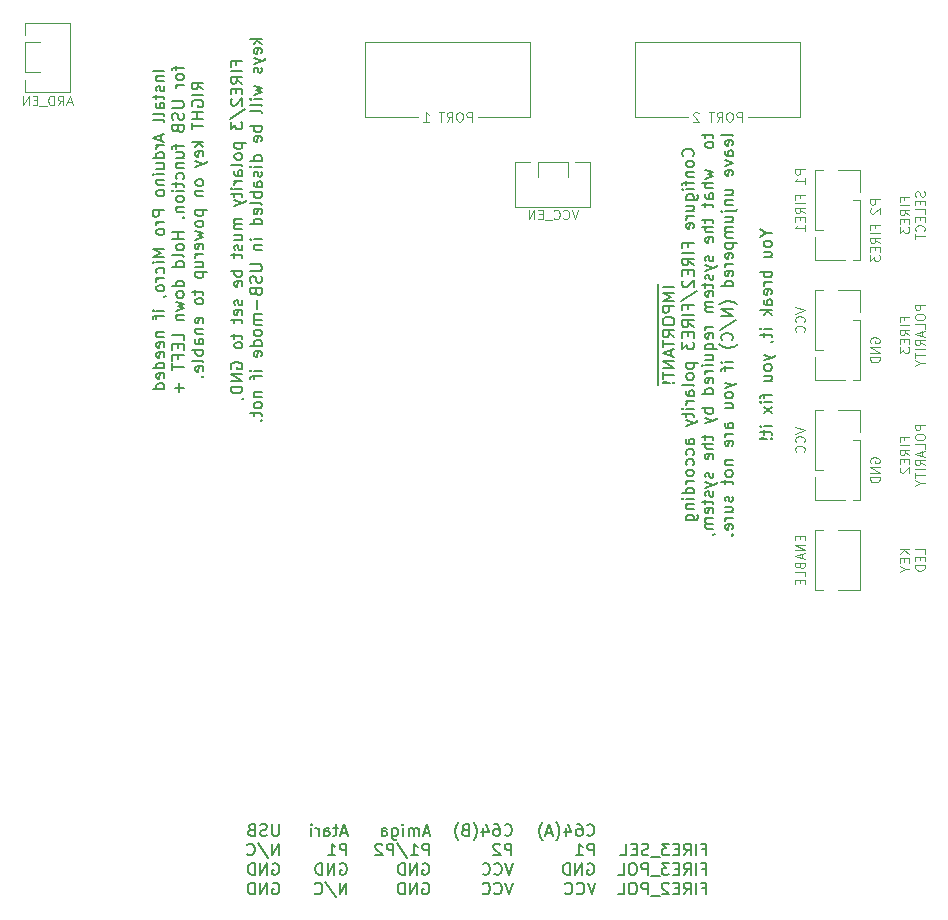
<source format=gbo>
G04 #@! TF.GenerationSoftware,KiCad,Pcbnew,(5.1.8)-1*
G04 #@! TF.CreationDate,2023-01-26T23:21:10+01:00*
G04 #@! TF.ProjectId,C64 Joykey,43363420-4a6f-4796-9b65-792e6b696361,rev?*
G04 #@! TF.SameCoordinates,Original*
G04 #@! TF.FileFunction,Legend,Bot*
G04 #@! TF.FilePolarity,Positive*
%FSLAX46Y46*%
G04 Gerber Fmt 4.6, Leading zero omitted, Abs format (unit mm)*
G04 Created by KiCad (PCBNEW (5.1.8)-1) date 2023-01-26 23:21:10*
%MOMM*%
%LPD*%
G01*
G04 APERTURE LIST*
%ADD10C,0.100000*%
%ADD11C,0.120000*%
%ADD12C,0.150000*%
G04 APERTURE END LIST*
D10*
X168192190Y-89541333D02*
X167811238Y-89541333D01*
X168268380Y-89769904D02*
X168001714Y-88969904D01*
X167735047Y-89769904D01*
X167011238Y-89769904D02*
X167277904Y-89388952D01*
X167468380Y-89769904D02*
X167468380Y-88969904D01*
X167163619Y-88969904D01*
X167087428Y-89008000D01*
X167049333Y-89046095D01*
X167011238Y-89122285D01*
X167011238Y-89236571D01*
X167049333Y-89312761D01*
X167087428Y-89350857D01*
X167163619Y-89388952D01*
X167468380Y-89388952D01*
X166668380Y-89769904D02*
X166668380Y-88969904D01*
X166477904Y-88969904D01*
X166363619Y-89008000D01*
X166287428Y-89084190D01*
X166249333Y-89160380D01*
X166211238Y-89312761D01*
X166211238Y-89427047D01*
X166249333Y-89579428D01*
X166287428Y-89655619D01*
X166363619Y-89731809D01*
X166477904Y-89769904D01*
X166668380Y-89769904D01*
X166058857Y-89846095D02*
X165449333Y-89846095D01*
X165258857Y-89350857D02*
X164992190Y-89350857D01*
X164877904Y-89769904D02*
X165258857Y-89769904D01*
X165258857Y-88969904D01*
X164877904Y-88969904D01*
X164535047Y-89769904D02*
X164535047Y-88969904D01*
X164077904Y-89769904D01*
X164077904Y-88969904D01*
D11*
X168021000Y-88646000D02*
X164211000Y-88646000D01*
X164211000Y-86995000D02*
X164211000Y-84455000D01*
X168021000Y-82804000D02*
X168021000Y-88646000D01*
X164211000Y-82804000D02*
X168021000Y-82804000D01*
X165481000Y-86995000D02*
X164211000Y-86995000D01*
X164211000Y-84455000D02*
X165481000Y-84455000D01*
X164211000Y-88646000D02*
X164211000Y-87630000D01*
X164211000Y-83820000D02*
X164211000Y-82804000D01*
D10*
X211067380Y-98621904D02*
X210800714Y-99421904D01*
X210534047Y-98621904D01*
X209810238Y-99345714D02*
X209848333Y-99383809D01*
X209962619Y-99421904D01*
X210038809Y-99421904D01*
X210153095Y-99383809D01*
X210229285Y-99307619D01*
X210267380Y-99231428D01*
X210305476Y-99079047D01*
X210305476Y-98964761D01*
X210267380Y-98812380D01*
X210229285Y-98736190D01*
X210153095Y-98660000D01*
X210038809Y-98621904D01*
X209962619Y-98621904D01*
X209848333Y-98660000D01*
X209810238Y-98698095D01*
X209010238Y-99345714D02*
X209048333Y-99383809D01*
X209162619Y-99421904D01*
X209238809Y-99421904D01*
X209353095Y-99383809D01*
X209429285Y-99307619D01*
X209467380Y-99231428D01*
X209505476Y-99079047D01*
X209505476Y-98964761D01*
X209467380Y-98812380D01*
X209429285Y-98736190D01*
X209353095Y-98660000D01*
X209238809Y-98621904D01*
X209162619Y-98621904D01*
X209048333Y-98660000D01*
X209010238Y-98698095D01*
X208857857Y-99498095D02*
X208248333Y-99498095D01*
X208057857Y-99002857D02*
X207791190Y-99002857D01*
X207676904Y-99421904D02*
X208057857Y-99421904D01*
X208057857Y-98621904D01*
X207676904Y-98621904D01*
X207334047Y-99421904D02*
X207334047Y-98621904D01*
X206876904Y-99421904D01*
X206876904Y-98621904D01*
D11*
X205740000Y-98425000D02*
X205740000Y-94615000D01*
X205740000Y-94615000D02*
X207010000Y-94615000D01*
X210820000Y-94615000D02*
X212090000Y-94615000D01*
X210185000Y-94615000D02*
X210185000Y-95885000D01*
X212090000Y-94615000D02*
X212090000Y-98425000D01*
X212090000Y-98425000D02*
X205740000Y-98425000D01*
X207645000Y-95885000D02*
X207645000Y-94615000D01*
X207645000Y-94615000D02*
X210185000Y-94615000D01*
X234950000Y-130810000D02*
X233045000Y-130810000D01*
X234950000Y-125730000D02*
X233045000Y-125730000D01*
D10*
X229812857Y-126250952D02*
X229812857Y-126517619D01*
X230231904Y-126631904D02*
X230231904Y-126250952D01*
X229431904Y-126250952D01*
X229431904Y-126631904D01*
X230231904Y-126974761D02*
X229431904Y-126974761D01*
X230231904Y-127431904D01*
X229431904Y-127431904D01*
X230003333Y-127774761D02*
X230003333Y-128155714D01*
X230231904Y-127698571D02*
X229431904Y-127965238D01*
X230231904Y-128231904D01*
X229812857Y-128765238D02*
X229850952Y-128879523D01*
X229889047Y-128917619D01*
X229965238Y-128955714D01*
X230079523Y-128955714D01*
X230155714Y-128917619D01*
X230193809Y-128879523D01*
X230231904Y-128803333D01*
X230231904Y-128498571D01*
X229431904Y-128498571D01*
X229431904Y-128765238D01*
X229470000Y-128841428D01*
X229508095Y-128879523D01*
X229584285Y-128917619D01*
X229660476Y-128917619D01*
X229736666Y-128879523D01*
X229774761Y-128841428D01*
X229812857Y-128765238D01*
X229812857Y-128498571D01*
X230231904Y-129679523D02*
X230231904Y-129298571D01*
X229431904Y-129298571D01*
X229812857Y-129946190D02*
X229812857Y-130212857D01*
X230231904Y-130327142D02*
X230231904Y-129946190D01*
X229431904Y-129946190D01*
X229431904Y-130327142D01*
X239106904Y-127355714D02*
X238306904Y-127355714D01*
X239106904Y-127812857D02*
X238649761Y-127470000D01*
X238306904Y-127812857D02*
X238764047Y-127355714D01*
X238687857Y-128155714D02*
X238687857Y-128422380D01*
X239106904Y-128536666D02*
X239106904Y-128155714D01*
X238306904Y-128155714D01*
X238306904Y-128536666D01*
X238725952Y-129031904D02*
X239106904Y-129031904D01*
X238306904Y-128765238D02*
X238725952Y-129031904D01*
X238306904Y-129298571D01*
X240406904Y-127755714D02*
X240406904Y-127374761D01*
X239606904Y-127374761D01*
X239987857Y-128022380D02*
X239987857Y-128289047D01*
X240406904Y-128403333D02*
X240406904Y-128022380D01*
X239606904Y-128022380D01*
X239606904Y-128403333D01*
X240406904Y-128746190D02*
X239606904Y-128746190D01*
X239606904Y-128936666D01*
X239645000Y-129050952D01*
X239721190Y-129127142D01*
X239797380Y-129165238D01*
X239949761Y-129203333D01*
X240064047Y-129203333D01*
X240216428Y-129165238D01*
X240292619Y-129127142D01*
X240368809Y-129050952D01*
X240406904Y-128936666D01*
X240406904Y-128746190D01*
D11*
X231140000Y-130810000D02*
X231140000Y-125730000D01*
X231775000Y-130810000D02*
X231140000Y-130810000D01*
X234950000Y-125730000D02*
X234950000Y-130810000D01*
X231140000Y-125730000D02*
X231775000Y-125730000D01*
D12*
X204832976Y-151552142D02*
X204880595Y-151599761D01*
X205023452Y-151647380D01*
X205118690Y-151647380D01*
X205261547Y-151599761D01*
X205356785Y-151504523D01*
X205404404Y-151409285D01*
X205452023Y-151218809D01*
X205452023Y-151075952D01*
X205404404Y-150885476D01*
X205356785Y-150790238D01*
X205261547Y-150695000D01*
X205118690Y-150647380D01*
X205023452Y-150647380D01*
X204880595Y-150695000D01*
X204832976Y-150742619D01*
X203975833Y-150647380D02*
X204166309Y-150647380D01*
X204261547Y-150695000D01*
X204309166Y-150742619D01*
X204404404Y-150885476D01*
X204452023Y-151075952D01*
X204452023Y-151456904D01*
X204404404Y-151552142D01*
X204356785Y-151599761D01*
X204261547Y-151647380D01*
X204071071Y-151647380D01*
X203975833Y-151599761D01*
X203928214Y-151552142D01*
X203880595Y-151456904D01*
X203880595Y-151218809D01*
X203928214Y-151123571D01*
X203975833Y-151075952D01*
X204071071Y-151028333D01*
X204261547Y-151028333D01*
X204356785Y-151075952D01*
X204404404Y-151123571D01*
X204452023Y-151218809D01*
X203023452Y-150980714D02*
X203023452Y-151647380D01*
X203261547Y-150599761D02*
X203499642Y-151314047D01*
X202880595Y-151314047D01*
X202213928Y-152028333D02*
X202261547Y-151980714D01*
X202356785Y-151837857D01*
X202404404Y-151742619D01*
X202452023Y-151599761D01*
X202499642Y-151361666D01*
X202499642Y-151171190D01*
X202452023Y-150933095D01*
X202404404Y-150790238D01*
X202356785Y-150695000D01*
X202261547Y-150552142D01*
X202213928Y-150504523D01*
X201499642Y-151123571D02*
X201356785Y-151171190D01*
X201309166Y-151218809D01*
X201261547Y-151314047D01*
X201261547Y-151456904D01*
X201309166Y-151552142D01*
X201356785Y-151599761D01*
X201452023Y-151647380D01*
X201832976Y-151647380D01*
X201832976Y-150647380D01*
X201499642Y-150647380D01*
X201404404Y-150695000D01*
X201356785Y-150742619D01*
X201309166Y-150837857D01*
X201309166Y-150933095D01*
X201356785Y-151028333D01*
X201404404Y-151075952D01*
X201499642Y-151123571D01*
X201832976Y-151123571D01*
X200928214Y-152028333D02*
X200880595Y-151980714D01*
X200785357Y-151837857D01*
X200737738Y-151742619D01*
X200690119Y-151599761D01*
X200642500Y-151361666D01*
X200642500Y-151171190D01*
X200690119Y-150933095D01*
X200737738Y-150790238D01*
X200785357Y-150695000D01*
X200880595Y-150552142D01*
X200928214Y-150504523D01*
X205404404Y-153297380D02*
X205404404Y-152297380D01*
X205023452Y-152297380D01*
X204928214Y-152345000D01*
X204880595Y-152392619D01*
X204832976Y-152487857D01*
X204832976Y-152630714D01*
X204880595Y-152725952D01*
X204928214Y-152773571D01*
X205023452Y-152821190D01*
X205404404Y-152821190D01*
X204452023Y-152392619D02*
X204404404Y-152345000D01*
X204309166Y-152297380D01*
X204071071Y-152297380D01*
X203975833Y-152345000D01*
X203928214Y-152392619D01*
X203880595Y-152487857D01*
X203880595Y-152583095D01*
X203928214Y-152725952D01*
X204499642Y-153297380D01*
X203880595Y-153297380D01*
X205547261Y-153947380D02*
X205213928Y-154947380D01*
X204880595Y-153947380D01*
X203975833Y-154852142D02*
X204023452Y-154899761D01*
X204166309Y-154947380D01*
X204261547Y-154947380D01*
X204404404Y-154899761D01*
X204499642Y-154804523D01*
X204547261Y-154709285D01*
X204594880Y-154518809D01*
X204594880Y-154375952D01*
X204547261Y-154185476D01*
X204499642Y-154090238D01*
X204404404Y-153995000D01*
X204261547Y-153947380D01*
X204166309Y-153947380D01*
X204023452Y-153995000D01*
X203975833Y-154042619D01*
X202975833Y-154852142D02*
X203023452Y-154899761D01*
X203166309Y-154947380D01*
X203261547Y-154947380D01*
X203404404Y-154899761D01*
X203499642Y-154804523D01*
X203547261Y-154709285D01*
X203594880Y-154518809D01*
X203594880Y-154375952D01*
X203547261Y-154185476D01*
X203499642Y-154090238D01*
X203404404Y-153995000D01*
X203261547Y-153947380D01*
X203166309Y-153947380D01*
X203023452Y-153995000D01*
X202975833Y-154042619D01*
X205547261Y-155597380D02*
X205213928Y-156597380D01*
X204880595Y-155597380D01*
X203975833Y-156502142D02*
X204023452Y-156549761D01*
X204166309Y-156597380D01*
X204261547Y-156597380D01*
X204404404Y-156549761D01*
X204499642Y-156454523D01*
X204547261Y-156359285D01*
X204594880Y-156168809D01*
X204594880Y-156025952D01*
X204547261Y-155835476D01*
X204499642Y-155740238D01*
X204404404Y-155645000D01*
X204261547Y-155597380D01*
X204166309Y-155597380D01*
X204023452Y-155645000D01*
X203975833Y-155692619D01*
X202975833Y-156502142D02*
X203023452Y-156549761D01*
X203166309Y-156597380D01*
X203261547Y-156597380D01*
X203404404Y-156549761D01*
X203499642Y-156454523D01*
X203547261Y-156359285D01*
X203594880Y-156168809D01*
X203594880Y-156025952D01*
X203547261Y-155835476D01*
X203499642Y-155740238D01*
X203404404Y-155645000D01*
X203261547Y-155597380D01*
X203166309Y-155597380D01*
X203023452Y-155645000D01*
X202975833Y-155692619D01*
X185719404Y-150647380D02*
X185719404Y-151456904D01*
X185671785Y-151552142D01*
X185624166Y-151599761D01*
X185528928Y-151647380D01*
X185338452Y-151647380D01*
X185243214Y-151599761D01*
X185195595Y-151552142D01*
X185147976Y-151456904D01*
X185147976Y-150647380D01*
X184719404Y-151599761D02*
X184576547Y-151647380D01*
X184338452Y-151647380D01*
X184243214Y-151599761D01*
X184195595Y-151552142D01*
X184147976Y-151456904D01*
X184147976Y-151361666D01*
X184195595Y-151266428D01*
X184243214Y-151218809D01*
X184338452Y-151171190D01*
X184528928Y-151123571D01*
X184624166Y-151075952D01*
X184671785Y-151028333D01*
X184719404Y-150933095D01*
X184719404Y-150837857D01*
X184671785Y-150742619D01*
X184624166Y-150695000D01*
X184528928Y-150647380D01*
X184290833Y-150647380D01*
X184147976Y-150695000D01*
X183386071Y-151123571D02*
X183243214Y-151171190D01*
X183195595Y-151218809D01*
X183147976Y-151314047D01*
X183147976Y-151456904D01*
X183195595Y-151552142D01*
X183243214Y-151599761D01*
X183338452Y-151647380D01*
X183719404Y-151647380D01*
X183719404Y-150647380D01*
X183386071Y-150647380D01*
X183290833Y-150695000D01*
X183243214Y-150742619D01*
X183195595Y-150837857D01*
X183195595Y-150933095D01*
X183243214Y-151028333D01*
X183290833Y-151075952D01*
X183386071Y-151123571D01*
X183719404Y-151123571D01*
X185719404Y-153297380D02*
X185719404Y-152297380D01*
X185147976Y-153297380D01*
X185147976Y-152297380D01*
X183957500Y-152249761D02*
X184814642Y-153535476D01*
X183052738Y-153202142D02*
X183100357Y-153249761D01*
X183243214Y-153297380D01*
X183338452Y-153297380D01*
X183481309Y-153249761D01*
X183576547Y-153154523D01*
X183624166Y-153059285D01*
X183671785Y-152868809D01*
X183671785Y-152725952D01*
X183624166Y-152535476D01*
X183576547Y-152440238D01*
X183481309Y-152345000D01*
X183338452Y-152297380D01*
X183243214Y-152297380D01*
X183100357Y-152345000D01*
X183052738Y-152392619D01*
X185195595Y-153995000D02*
X185290833Y-153947380D01*
X185433690Y-153947380D01*
X185576547Y-153995000D01*
X185671785Y-154090238D01*
X185719404Y-154185476D01*
X185767023Y-154375952D01*
X185767023Y-154518809D01*
X185719404Y-154709285D01*
X185671785Y-154804523D01*
X185576547Y-154899761D01*
X185433690Y-154947380D01*
X185338452Y-154947380D01*
X185195595Y-154899761D01*
X185147976Y-154852142D01*
X185147976Y-154518809D01*
X185338452Y-154518809D01*
X184719404Y-154947380D02*
X184719404Y-153947380D01*
X184147976Y-154947380D01*
X184147976Y-153947380D01*
X183671785Y-154947380D02*
X183671785Y-153947380D01*
X183433690Y-153947380D01*
X183290833Y-153995000D01*
X183195595Y-154090238D01*
X183147976Y-154185476D01*
X183100357Y-154375952D01*
X183100357Y-154518809D01*
X183147976Y-154709285D01*
X183195595Y-154804523D01*
X183290833Y-154899761D01*
X183433690Y-154947380D01*
X183671785Y-154947380D01*
X185195595Y-155645000D02*
X185290833Y-155597380D01*
X185433690Y-155597380D01*
X185576547Y-155645000D01*
X185671785Y-155740238D01*
X185719404Y-155835476D01*
X185767023Y-156025952D01*
X185767023Y-156168809D01*
X185719404Y-156359285D01*
X185671785Y-156454523D01*
X185576547Y-156549761D01*
X185433690Y-156597380D01*
X185338452Y-156597380D01*
X185195595Y-156549761D01*
X185147976Y-156502142D01*
X185147976Y-156168809D01*
X185338452Y-156168809D01*
X184719404Y-156597380D02*
X184719404Y-155597380D01*
X184147976Y-156597380D01*
X184147976Y-155597380D01*
X183671785Y-156597380D02*
X183671785Y-155597380D01*
X183433690Y-155597380D01*
X183290833Y-155645000D01*
X183195595Y-155740238D01*
X183147976Y-155835476D01*
X183100357Y-156025952D01*
X183100357Y-156168809D01*
X183147976Y-156359285D01*
X183195595Y-156454523D01*
X183290833Y-156549761D01*
X183433690Y-156597380D01*
X183671785Y-156597380D01*
X191482023Y-151361666D02*
X191005833Y-151361666D01*
X191577261Y-151647380D02*
X191243928Y-150647380D01*
X190910595Y-151647380D01*
X190720119Y-150980714D02*
X190339166Y-150980714D01*
X190577261Y-150647380D02*
X190577261Y-151504523D01*
X190529642Y-151599761D01*
X190434404Y-151647380D01*
X190339166Y-151647380D01*
X189577261Y-151647380D02*
X189577261Y-151123571D01*
X189624880Y-151028333D01*
X189720119Y-150980714D01*
X189910595Y-150980714D01*
X190005833Y-151028333D01*
X189577261Y-151599761D02*
X189672500Y-151647380D01*
X189910595Y-151647380D01*
X190005833Y-151599761D01*
X190053452Y-151504523D01*
X190053452Y-151409285D01*
X190005833Y-151314047D01*
X189910595Y-151266428D01*
X189672500Y-151266428D01*
X189577261Y-151218809D01*
X189101071Y-151647380D02*
X189101071Y-150980714D01*
X189101071Y-151171190D02*
X189053452Y-151075952D01*
X189005833Y-151028333D01*
X188910595Y-150980714D01*
X188815357Y-150980714D01*
X188482023Y-151647380D02*
X188482023Y-150980714D01*
X188482023Y-150647380D02*
X188529642Y-150695000D01*
X188482023Y-150742619D01*
X188434404Y-150695000D01*
X188482023Y-150647380D01*
X188482023Y-150742619D01*
X191434404Y-153297380D02*
X191434404Y-152297380D01*
X191053452Y-152297380D01*
X190958214Y-152345000D01*
X190910595Y-152392619D01*
X190862976Y-152487857D01*
X190862976Y-152630714D01*
X190910595Y-152725952D01*
X190958214Y-152773571D01*
X191053452Y-152821190D01*
X191434404Y-152821190D01*
X189910595Y-153297380D02*
X190482023Y-153297380D01*
X190196309Y-153297380D02*
X190196309Y-152297380D01*
X190291547Y-152440238D01*
X190386785Y-152535476D01*
X190482023Y-152583095D01*
X190910595Y-153995000D02*
X191005833Y-153947380D01*
X191148690Y-153947380D01*
X191291547Y-153995000D01*
X191386785Y-154090238D01*
X191434404Y-154185476D01*
X191482023Y-154375952D01*
X191482023Y-154518809D01*
X191434404Y-154709285D01*
X191386785Y-154804523D01*
X191291547Y-154899761D01*
X191148690Y-154947380D01*
X191053452Y-154947380D01*
X190910595Y-154899761D01*
X190862976Y-154852142D01*
X190862976Y-154518809D01*
X191053452Y-154518809D01*
X190434404Y-154947380D02*
X190434404Y-153947380D01*
X189862976Y-154947380D01*
X189862976Y-153947380D01*
X189386785Y-154947380D02*
X189386785Y-153947380D01*
X189148690Y-153947380D01*
X189005833Y-153995000D01*
X188910595Y-154090238D01*
X188862976Y-154185476D01*
X188815357Y-154375952D01*
X188815357Y-154518809D01*
X188862976Y-154709285D01*
X188910595Y-154804523D01*
X189005833Y-154899761D01*
X189148690Y-154947380D01*
X189386785Y-154947380D01*
X191434404Y-156597380D02*
X191434404Y-155597380D01*
X190862976Y-156597380D01*
X190862976Y-155597380D01*
X189672500Y-155549761D02*
X190529642Y-156835476D01*
X188767738Y-156502142D02*
X188815357Y-156549761D01*
X188958214Y-156597380D01*
X189053452Y-156597380D01*
X189196309Y-156549761D01*
X189291547Y-156454523D01*
X189339166Y-156359285D01*
X189386785Y-156168809D01*
X189386785Y-156025952D01*
X189339166Y-155835476D01*
X189291547Y-155740238D01*
X189196309Y-155645000D01*
X189053452Y-155597380D01*
X188958214Y-155597380D01*
X188815357Y-155645000D01*
X188767738Y-155692619D01*
X198467023Y-151361666D02*
X197990833Y-151361666D01*
X198562261Y-151647380D02*
X198228928Y-150647380D01*
X197895595Y-151647380D01*
X197562261Y-151647380D02*
X197562261Y-150980714D01*
X197562261Y-151075952D02*
X197514642Y-151028333D01*
X197419404Y-150980714D01*
X197276547Y-150980714D01*
X197181309Y-151028333D01*
X197133690Y-151123571D01*
X197133690Y-151647380D01*
X197133690Y-151123571D02*
X197086071Y-151028333D01*
X196990833Y-150980714D01*
X196847976Y-150980714D01*
X196752738Y-151028333D01*
X196705119Y-151123571D01*
X196705119Y-151647380D01*
X196228928Y-151647380D02*
X196228928Y-150980714D01*
X196228928Y-150647380D02*
X196276547Y-150695000D01*
X196228928Y-150742619D01*
X196181309Y-150695000D01*
X196228928Y-150647380D01*
X196228928Y-150742619D01*
X195324166Y-150980714D02*
X195324166Y-151790238D01*
X195371785Y-151885476D01*
X195419404Y-151933095D01*
X195514642Y-151980714D01*
X195657500Y-151980714D01*
X195752738Y-151933095D01*
X195324166Y-151599761D02*
X195419404Y-151647380D01*
X195609880Y-151647380D01*
X195705119Y-151599761D01*
X195752738Y-151552142D01*
X195800357Y-151456904D01*
X195800357Y-151171190D01*
X195752738Y-151075952D01*
X195705119Y-151028333D01*
X195609880Y-150980714D01*
X195419404Y-150980714D01*
X195324166Y-151028333D01*
X194419404Y-151647380D02*
X194419404Y-151123571D01*
X194467023Y-151028333D01*
X194562261Y-150980714D01*
X194752738Y-150980714D01*
X194847976Y-151028333D01*
X194419404Y-151599761D02*
X194514642Y-151647380D01*
X194752738Y-151647380D01*
X194847976Y-151599761D01*
X194895595Y-151504523D01*
X194895595Y-151409285D01*
X194847976Y-151314047D01*
X194752738Y-151266428D01*
X194514642Y-151266428D01*
X194419404Y-151218809D01*
X198419404Y-153297380D02*
X198419404Y-152297380D01*
X198038452Y-152297380D01*
X197943214Y-152345000D01*
X197895595Y-152392619D01*
X197847976Y-152487857D01*
X197847976Y-152630714D01*
X197895595Y-152725952D01*
X197943214Y-152773571D01*
X198038452Y-152821190D01*
X198419404Y-152821190D01*
X196895595Y-153297380D02*
X197467023Y-153297380D01*
X197181309Y-153297380D02*
X197181309Y-152297380D01*
X197276547Y-152440238D01*
X197371785Y-152535476D01*
X197467023Y-152583095D01*
X195752738Y-152249761D02*
X196609880Y-153535476D01*
X195419404Y-153297380D02*
X195419404Y-152297380D01*
X195038452Y-152297380D01*
X194943214Y-152345000D01*
X194895595Y-152392619D01*
X194847976Y-152487857D01*
X194847976Y-152630714D01*
X194895595Y-152725952D01*
X194943214Y-152773571D01*
X195038452Y-152821190D01*
X195419404Y-152821190D01*
X194467023Y-152392619D02*
X194419404Y-152345000D01*
X194324166Y-152297380D01*
X194086071Y-152297380D01*
X193990833Y-152345000D01*
X193943214Y-152392619D01*
X193895595Y-152487857D01*
X193895595Y-152583095D01*
X193943214Y-152725952D01*
X194514642Y-153297380D01*
X193895595Y-153297380D01*
X197895595Y-153995000D02*
X197990833Y-153947380D01*
X198133690Y-153947380D01*
X198276547Y-153995000D01*
X198371785Y-154090238D01*
X198419404Y-154185476D01*
X198467023Y-154375952D01*
X198467023Y-154518809D01*
X198419404Y-154709285D01*
X198371785Y-154804523D01*
X198276547Y-154899761D01*
X198133690Y-154947380D01*
X198038452Y-154947380D01*
X197895595Y-154899761D01*
X197847976Y-154852142D01*
X197847976Y-154518809D01*
X198038452Y-154518809D01*
X197419404Y-154947380D02*
X197419404Y-153947380D01*
X196847976Y-154947380D01*
X196847976Y-153947380D01*
X196371785Y-154947380D02*
X196371785Y-153947380D01*
X196133690Y-153947380D01*
X195990833Y-153995000D01*
X195895595Y-154090238D01*
X195847976Y-154185476D01*
X195800357Y-154375952D01*
X195800357Y-154518809D01*
X195847976Y-154709285D01*
X195895595Y-154804523D01*
X195990833Y-154899761D01*
X196133690Y-154947380D01*
X196371785Y-154947380D01*
X197895595Y-155645000D02*
X197990833Y-155597380D01*
X198133690Y-155597380D01*
X198276547Y-155645000D01*
X198371785Y-155740238D01*
X198419404Y-155835476D01*
X198467023Y-156025952D01*
X198467023Y-156168809D01*
X198419404Y-156359285D01*
X198371785Y-156454523D01*
X198276547Y-156549761D01*
X198133690Y-156597380D01*
X198038452Y-156597380D01*
X197895595Y-156549761D01*
X197847976Y-156502142D01*
X197847976Y-156168809D01*
X198038452Y-156168809D01*
X197419404Y-156597380D02*
X197419404Y-155597380D01*
X196847976Y-156597380D01*
X196847976Y-155597380D01*
X196371785Y-156597380D02*
X196371785Y-155597380D01*
X196133690Y-155597380D01*
X195990833Y-155645000D01*
X195895595Y-155740238D01*
X195847976Y-155835476D01*
X195800357Y-156025952D01*
X195800357Y-156168809D01*
X195847976Y-156359285D01*
X195895595Y-156454523D01*
X195990833Y-156549761D01*
X196133690Y-156597380D01*
X196371785Y-156597380D01*
X211817976Y-151552142D02*
X211865595Y-151599761D01*
X212008452Y-151647380D01*
X212103690Y-151647380D01*
X212246547Y-151599761D01*
X212341785Y-151504523D01*
X212389404Y-151409285D01*
X212437023Y-151218809D01*
X212437023Y-151075952D01*
X212389404Y-150885476D01*
X212341785Y-150790238D01*
X212246547Y-150695000D01*
X212103690Y-150647380D01*
X212008452Y-150647380D01*
X211865595Y-150695000D01*
X211817976Y-150742619D01*
X210960833Y-150647380D02*
X211151309Y-150647380D01*
X211246547Y-150695000D01*
X211294166Y-150742619D01*
X211389404Y-150885476D01*
X211437023Y-151075952D01*
X211437023Y-151456904D01*
X211389404Y-151552142D01*
X211341785Y-151599761D01*
X211246547Y-151647380D01*
X211056071Y-151647380D01*
X210960833Y-151599761D01*
X210913214Y-151552142D01*
X210865595Y-151456904D01*
X210865595Y-151218809D01*
X210913214Y-151123571D01*
X210960833Y-151075952D01*
X211056071Y-151028333D01*
X211246547Y-151028333D01*
X211341785Y-151075952D01*
X211389404Y-151123571D01*
X211437023Y-151218809D01*
X210008452Y-150980714D02*
X210008452Y-151647380D01*
X210246547Y-150599761D02*
X210484642Y-151314047D01*
X209865595Y-151314047D01*
X209198928Y-152028333D02*
X209246547Y-151980714D01*
X209341785Y-151837857D01*
X209389404Y-151742619D01*
X209437023Y-151599761D01*
X209484642Y-151361666D01*
X209484642Y-151171190D01*
X209437023Y-150933095D01*
X209389404Y-150790238D01*
X209341785Y-150695000D01*
X209246547Y-150552142D01*
X209198928Y-150504523D01*
X208865595Y-151361666D02*
X208389404Y-151361666D01*
X208960833Y-151647380D02*
X208627500Y-150647380D01*
X208294166Y-151647380D01*
X208056071Y-152028333D02*
X208008452Y-151980714D01*
X207913214Y-151837857D01*
X207865595Y-151742619D01*
X207817976Y-151599761D01*
X207770357Y-151361666D01*
X207770357Y-151171190D01*
X207817976Y-150933095D01*
X207865595Y-150790238D01*
X207913214Y-150695000D01*
X208008452Y-150552142D01*
X208056071Y-150504523D01*
X212389404Y-153297380D02*
X212389404Y-152297380D01*
X212008452Y-152297380D01*
X211913214Y-152345000D01*
X211865595Y-152392619D01*
X211817976Y-152487857D01*
X211817976Y-152630714D01*
X211865595Y-152725952D01*
X211913214Y-152773571D01*
X212008452Y-152821190D01*
X212389404Y-152821190D01*
X210865595Y-153297380D02*
X211437023Y-153297380D01*
X211151309Y-153297380D02*
X211151309Y-152297380D01*
X211246547Y-152440238D01*
X211341785Y-152535476D01*
X211437023Y-152583095D01*
X211865595Y-153995000D02*
X211960833Y-153947380D01*
X212103690Y-153947380D01*
X212246547Y-153995000D01*
X212341785Y-154090238D01*
X212389404Y-154185476D01*
X212437023Y-154375952D01*
X212437023Y-154518809D01*
X212389404Y-154709285D01*
X212341785Y-154804523D01*
X212246547Y-154899761D01*
X212103690Y-154947380D01*
X212008452Y-154947380D01*
X211865595Y-154899761D01*
X211817976Y-154852142D01*
X211817976Y-154518809D01*
X212008452Y-154518809D01*
X211389404Y-154947380D02*
X211389404Y-153947380D01*
X210817976Y-154947380D01*
X210817976Y-153947380D01*
X210341785Y-154947380D02*
X210341785Y-153947380D01*
X210103690Y-153947380D01*
X209960833Y-153995000D01*
X209865595Y-154090238D01*
X209817976Y-154185476D01*
X209770357Y-154375952D01*
X209770357Y-154518809D01*
X209817976Y-154709285D01*
X209865595Y-154804523D01*
X209960833Y-154899761D01*
X210103690Y-154947380D01*
X210341785Y-154947380D01*
X212532261Y-155597380D02*
X212198928Y-156597380D01*
X211865595Y-155597380D01*
X210960833Y-156502142D02*
X211008452Y-156549761D01*
X211151309Y-156597380D01*
X211246547Y-156597380D01*
X211389404Y-156549761D01*
X211484642Y-156454523D01*
X211532261Y-156359285D01*
X211579880Y-156168809D01*
X211579880Y-156025952D01*
X211532261Y-155835476D01*
X211484642Y-155740238D01*
X211389404Y-155645000D01*
X211246547Y-155597380D01*
X211151309Y-155597380D01*
X211008452Y-155645000D01*
X210960833Y-155692619D01*
X209960833Y-156502142D02*
X210008452Y-156549761D01*
X210151309Y-156597380D01*
X210246547Y-156597380D01*
X210389404Y-156549761D01*
X210484642Y-156454523D01*
X210532261Y-156359285D01*
X210579880Y-156168809D01*
X210579880Y-156025952D01*
X210532261Y-155835476D01*
X210484642Y-155740238D01*
X210389404Y-155645000D01*
X210246547Y-155597380D01*
X210151309Y-155597380D01*
X210008452Y-155645000D01*
X209960833Y-155692619D01*
X221581071Y-152773571D02*
X221914404Y-152773571D01*
X221914404Y-153297380D02*
X221914404Y-152297380D01*
X221438214Y-152297380D01*
X221057261Y-153297380D02*
X221057261Y-152297380D01*
X220009642Y-153297380D02*
X220342976Y-152821190D01*
X220581071Y-153297380D02*
X220581071Y-152297380D01*
X220200119Y-152297380D01*
X220104880Y-152345000D01*
X220057261Y-152392619D01*
X220009642Y-152487857D01*
X220009642Y-152630714D01*
X220057261Y-152725952D01*
X220104880Y-152773571D01*
X220200119Y-152821190D01*
X220581071Y-152821190D01*
X219581071Y-152773571D02*
X219247738Y-152773571D01*
X219104880Y-153297380D02*
X219581071Y-153297380D01*
X219581071Y-152297380D01*
X219104880Y-152297380D01*
X218771547Y-152297380D02*
X218152500Y-152297380D01*
X218485833Y-152678333D01*
X218342976Y-152678333D01*
X218247738Y-152725952D01*
X218200119Y-152773571D01*
X218152500Y-152868809D01*
X218152500Y-153106904D01*
X218200119Y-153202142D01*
X218247738Y-153249761D01*
X218342976Y-153297380D01*
X218628690Y-153297380D01*
X218723928Y-153249761D01*
X218771547Y-153202142D01*
X217962023Y-153392619D02*
X217200119Y-153392619D01*
X217009642Y-153249761D02*
X216866785Y-153297380D01*
X216628690Y-153297380D01*
X216533452Y-153249761D01*
X216485833Y-153202142D01*
X216438214Y-153106904D01*
X216438214Y-153011666D01*
X216485833Y-152916428D01*
X216533452Y-152868809D01*
X216628690Y-152821190D01*
X216819166Y-152773571D01*
X216914404Y-152725952D01*
X216962023Y-152678333D01*
X217009642Y-152583095D01*
X217009642Y-152487857D01*
X216962023Y-152392619D01*
X216914404Y-152345000D01*
X216819166Y-152297380D01*
X216581071Y-152297380D01*
X216438214Y-152345000D01*
X216009642Y-152773571D02*
X215676309Y-152773571D01*
X215533452Y-153297380D02*
X216009642Y-153297380D01*
X216009642Y-152297380D01*
X215533452Y-152297380D01*
X214628690Y-153297380D02*
X215104880Y-153297380D01*
X215104880Y-152297380D01*
X221581071Y-154423571D02*
X221914404Y-154423571D01*
X221914404Y-154947380D02*
X221914404Y-153947380D01*
X221438214Y-153947380D01*
X221057261Y-154947380D02*
X221057261Y-153947380D01*
X220009642Y-154947380D02*
X220342976Y-154471190D01*
X220581071Y-154947380D02*
X220581071Y-153947380D01*
X220200119Y-153947380D01*
X220104880Y-153995000D01*
X220057261Y-154042619D01*
X220009642Y-154137857D01*
X220009642Y-154280714D01*
X220057261Y-154375952D01*
X220104880Y-154423571D01*
X220200119Y-154471190D01*
X220581071Y-154471190D01*
X219581071Y-154423571D02*
X219247738Y-154423571D01*
X219104880Y-154947380D02*
X219581071Y-154947380D01*
X219581071Y-153947380D01*
X219104880Y-153947380D01*
X218771547Y-153947380D02*
X218152500Y-153947380D01*
X218485833Y-154328333D01*
X218342976Y-154328333D01*
X218247738Y-154375952D01*
X218200119Y-154423571D01*
X218152500Y-154518809D01*
X218152500Y-154756904D01*
X218200119Y-154852142D01*
X218247738Y-154899761D01*
X218342976Y-154947380D01*
X218628690Y-154947380D01*
X218723928Y-154899761D01*
X218771547Y-154852142D01*
X217962023Y-155042619D02*
X217200119Y-155042619D01*
X216962023Y-154947380D02*
X216962023Y-153947380D01*
X216581071Y-153947380D01*
X216485833Y-153995000D01*
X216438214Y-154042619D01*
X216390595Y-154137857D01*
X216390595Y-154280714D01*
X216438214Y-154375952D01*
X216485833Y-154423571D01*
X216581071Y-154471190D01*
X216962023Y-154471190D01*
X215771547Y-153947380D02*
X215581071Y-153947380D01*
X215485833Y-153995000D01*
X215390595Y-154090238D01*
X215342976Y-154280714D01*
X215342976Y-154614047D01*
X215390595Y-154804523D01*
X215485833Y-154899761D01*
X215581071Y-154947380D01*
X215771547Y-154947380D01*
X215866785Y-154899761D01*
X215962023Y-154804523D01*
X216009642Y-154614047D01*
X216009642Y-154280714D01*
X215962023Y-154090238D01*
X215866785Y-153995000D01*
X215771547Y-153947380D01*
X214438214Y-154947380D02*
X214914404Y-154947380D01*
X214914404Y-153947380D01*
X221581071Y-156073571D02*
X221914404Y-156073571D01*
X221914404Y-156597380D02*
X221914404Y-155597380D01*
X221438214Y-155597380D01*
X221057261Y-156597380D02*
X221057261Y-155597380D01*
X220009642Y-156597380D02*
X220342976Y-156121190D01*
X220581071Y-156597380D02*
X220581071Y-155597380D01*
X220200119Y-155597380D01*
X220104880Y-155645000D01*
X220057261Y-155692619D01*
X220009642Y-155787857D01*
X220009642Y-155930714D01*
X220057261Y-156025952D01*
X220104880Y-156073571D01*
X220200119Y-156121190D01*
X220581071Y-156121190D01*
X219581071Y-156073571D02*
X219247738Y-156073571D01*
X219104880Y-156597380D02*
X219581071Y-156597380D01*
X219581071Y-155597380D01*
X219104880Y-155597380D01*
X218723928Y-155692619D02*
X218676309Y-155645000D01*
X218581071Y-155597380D01*
X218342976Y-155597380D01*
X218247738Y-155645000D01*
X218200119Y-155692619D01*
X218152500Y-155787857D01*
X218152500Y-155883095D01*
X218200119Y-156025952D01*
X218771547Y-156597380D01*
X218152500Y-156597380D01*
X217962023Y-156692619D02*
X217200119Y-156692619D01*
X216962023Y-156597380D02*
X216962023Y-155597380D01*
X216581071Y-155597380D01*
X216485833Y-155645000D01*
X216438214Y-155692619D01*
X216390595Y-155787857D01*
X216390595Y-155930714D01*
X216438214Y-156025952D01*
X216485833Y-156073571D01*
X216581071Y-156121190D01*
X216962023Y-156121190D01*
X215771547Y-155597380D02*
X215581071Y-155597380D01*
X215485833Y-155645000D01*
X215390595Y-155740238D01*
X215342976Y-155930714D01*
X215342976Y-156264047D01*
X215390595Y-156454523D01*
X215485833Y-156549761D01*
X215581071Y-156597380D01*
X215771547Y-156597380D01*
X215866785Y-156549761D01*
X215962023Y-156454523D01*
X216009642Y-156264047D01*
X216009642Y-155930714D01*
X215962023Y-155740238D01*
X215866785Y-155645000D01*
X215771547Y-155597380D01*
X214438214Y-156597380D02*
X214914404Y-156597380D01*
X214914404Y-155597380D01*
X176032380Y-86853809D02*
X175032380Y-86853809D01*
X175365714Y-87330000D02*
X176032380Y-87330000D01*
X175460952Y-87330000D02*
X175413333Y-87377619D01*
X175365714Y-87472857D01*
X175365714Y-87615714D01*
X175413333Y-87710952D01*
X175508571Y-87758571D01*
X176032380Y-87758571D01*
X175984761Y-88187142D02*
X176032380Y-88282380D01*
X176032380Y-88472857D01*
X175984761Y-88568095D01*
X175889523Y-88615714D01*
X175841904Y-88615714D01*
X175746666Y-88568095D01*
X175699047Y-88472857D01*
X175699047Y-88330000D01*
X175651428Y-88234761D01*
X175556190Y-88187142D01*
X175508571Y-88187142D01*
X175413333Y-88234761D01*
X175365714Y-88330000D01*
X175365714Y-88472857D01*
X175413333Y-88568095D01*
X175365714Y-88901428D02*
X175365714Y-89282380D01*
X175032380Y-89044285D02*
X175889523Y-89044285D01*
X175984761Y-89091904D01*
X176032380Y-89187142D01*
X176032380Y-89282380D01*
X176032380Y-90044285D02*
X175508571Y-90044285D01*
X175413333Y-89996666D01*
X175365714Y-89901428D01*
X175365714Y-89710952D01*
X175413333Y-89615714D01*
X175984761Y-90044285D02*
X176032380Y-89949047D01*
X176032380Y-89710952D01*
X175984761Y-89615714D01*
X175889523Y-89568095D01*
X175794285Y-89568095D01*
X175699047Y-89615714D01*
X175651428Y-89710952D01*
X175651428Y-89949047D01*
X175603809Y-90044285D01*
X176032380Y-90663333D02*
X175984761Y-90568095D01*
X175889523Y-90520476D01*
X175032380Y-90520476D01*
X176032380Y-91187142D02*
X175984761Y-91091904D01*
X175889523Y-91044285D01*
X175032380Y-91044285D01*
X175746666Y-92282380D02*
X175746666Y-92758571D01*
X176032380Y-92187142D02*
X175032380Y-92520476D01*
X176032380Y-92853809D01*
X176032380Y-93187142D02*
X175365714Y-93187142D01*
X175556190Y-93187142D02*
X175460952Y-93234761D01*
X175413333Y-93282380D01*
X175365714Y-93377619D01*
X175365714Y-93472857D01*
X176032380Y-94234761D02*
X175032380Y-94234761D01*
X175984761Y-94234761D02*
X176032380Y-94139523D01*
X176032380Y-93949047D01*
X175984761Y-93853809D01*
X175937142Y-93806190D01*
X175841904Y-93758571D01*
X175556190Y-93758571D01*
X175460952Y-93806190D01*
X175413333Y-93853809D01*
X175365714Y-93949047D01*
X175365714Y-94139523D01*
X175413333Y-94234761D01*
X175365714Y-95139523D02*
X176032380Y-95139523D01*
X175365714Y-94710952D02*
X175889523Y-94710952D01*
X175984761Y-94758571D01*
X176032380Y-94853809D01*
X176032380Y-94996666D01*
X175984761Y-95091904D01*
X175937142Y-95139523D01*
X176032380Y-95615714D02*
X175365714Y-95615714D01*
X175032380Y-95615714D02*
X175080000Y-95568095D01*
X175127619Y-95615714D01*
X175080000Y-95663333D01*
X175032380Y-95615714D01*
X175127619Y-95615714D01*
X175365714Y-96091904D02*
X176032380Y-96091904D01*
X175460952Y-96091904D02*
X175413333Y-96139523D01*
X175365714Y-96234761D01*
X175365714Y-96377619D01*
X175413333Y-96472857D01*
X175508571Y-96520476D01*
X176032380Y-96520476D01*
X176032380Y-97139523D02*
X175984761Y-97044285D01*
X175937142Y-96996666D01*
X175841904Y-96949047D01*
X175556190Y-96949047D01*
X175460952Y-96996666D01*
X175413333Y-97044285D01*
X175365714Y-97139523D01*
X175365714Y-97282380D01*
X175413333Y-97377619D01*
X175460952Y-97425238D01*
X175556190Y-97472857D01*
X175841904Y-97472857D01*
X175937142Y-97425238D01*
X175984761Y-97377619D01*
X176032380Y-97282380D01*
X176032380Y-97139523D01*
X176032380Y-98663333D02*
X175032380Y-98663333D01*
X175032380Y-99044285D01*
X175080000Y-99139523D01*
X175127619Y-99187142D01*
X175222857Y-99234761D01*
X175365714Y-99234761D01*
X175460952Y-99187142D01*
X175508571Y-99139523D01*
X175556190Y-99044285D01*
X175556190Y-98663333D01*
X176032380Y-99663333D02*
X175365714Y-99663333D01*
X175556190Y-99663333D02*
X175460952Y-99710952D01*
X175413333Y-99758571D01*
X175365714Y-99853809D01*
X175365714Y-99949047D01*
X176032380Y-100425238D02*
X175984761Y-100329999D01*
X175937142Y-100282380D01*
X175841904Y-100234761D01*
X175556190Y-100234761D01*
X175460952Y-100282380D01*
X175413333Y-100329999D01*
X175365714Y-100425238D01*
X175365714Y-100568095D01*
X175413333Y-100663333D01*
X175460952Y-100710952D01*
X175556190Y-100758571D01*
X175841904Y-100758571D01*
X175937142Y-100710952D01*
X175984761Y-100663333D01*
X176032380Y-100568095D01*
X176032380Y-100425238D01*
X176032380Y-101949047D02*
X175032380Y-101949047D01*
X175746666Y-102282380D01*
X175032380Y-102615714D01*
X176032380Y-102615714D01*
X176032380Y-103091904D02*
X175365714Y-103091904D01*
X175032380Y-103091904D02*
X175080000Y-103044285D01*
X175127619Y-103091904D01*
X175080000Y-103139523D01*
X175032380Y-103091904D01*
X175127619Y-103091904D01*
X175984761Y-103996666D02*
X176032380Y-103901428D01*
X176032380Y-103710952D01*
X175984761Y-103615714D01*
X175937142Y-103568095D01*
X175841904Y-103520476D01*
X175556190Y-103520476D01*
X175460952Y-103568095D01*
X175413333Y-103615714D01*
X175365714Y-103710952D01*
X175365714Y-103901428D01*
X175413333Y-103996666D01*
X176032380Y-104425238D02*
X175365714Y-104425238D01*
X175556190Y-104425238D02*
X175460952Y-104472857D01*
X175413333Y-104520476D01*
X175365714Y-104615714D01*
X175365714Y-104710952D01*
X176032380Y-105187142D02*
X175984761Y-105091904D01*
X175937142Y-105044285D01*
X175841904Y-104996666D01*
X175556190Y-104996666D01*
X175460952Y-105044285D01*
X175413333Y-105091904D01*
X175365714Y-105187142D01*
X175365714Y-105329999D01*
X175413333Y-105425238D01*
X175460952Y-105472857D01*
X175556190Y-105520476D01*
X175841904Y-105520476D01*
X175937142Y-105472857D01*
X175984761Y-105425238D01*
X176032380Y-105329999D01*
X176032380Y-105187142D01*
X175984761Y-105996666D02*
X176032380Y-105996666D01*
X176127619Y-105949047D01*
X176175238Y-105901428D01*
X176032380Y-107187142D02*
X175365714Y-107187142D01*
X175032380Y-107187142D02*
X175080000Y-107139523D01*
X175127619Y-107187142D01*
X175080000Y-107234761D01*
X175032380Y-107187142D01*
X175127619Y-107187142D01*
X175365714Y-107520476D02*
X175365714Y-107901428D01*
X176032380Y-107663333D02*
X175175238Y-107663333D01*
X175080000Y-107710952D01*
X175032380Y-107806190D01*
X175032380Y-107901428D01*
X175365714Y-108996666D02*
X176032380Y-108996666D01*
X175460952Y-108996666D02*
X175413333Y-109044285D01*
X175365714Y-109139523D01*
X175365714Y-109282380D01*
X175413333Y-109377619D01*
X175508571Y-109425238D01*
X176032380Y-109425238D01*
X175984761Y-110282380D02*
X176032380Y-110187142D01*
X176032380Y-109996666D01*
X175984761Y-109901428D01*
X175889523Y-109853809D01*
X175508571Y-109853809D01*
X175413333Y-109901428D01*
X175365714Y-109996666D01*
X175365714Y-110187142D01*
X175413333Y-110282380D01*
X175508571Y-110329999D01*
X175603809Y-110329999D01*
X175699047Y-109853809D01*
X175984761Y-111139523D02*
X176032380Y-111044285D01*
X176032380Y-110853809D01*
X175984761Y-110758571D01*
X175889523Y-110710952D01*
X175508571Y-110710952D01*
X175413333Y-110758571D01*
X175365714Y-110853809D01*
X175365714Y-111044285D01*
X175413333Y-111139523D01*
X175508571Y-111187142D01*
X175603809Y-111187142D01*
X175699047Y-110710952D01*
X176032380Y-112044285D02*
X175032380Y-112044285D01*
X175984761Y-112044285D02*
X176032380Y-111949047D01*
X176032380Y-111758571D01*
X175984761Y-111663333D01*
X175937142Y-111615714D01*
X175841904Y-111568095D01*
X175556190Y-111568095D01*
X175460952Y-111615714D01*
X175413333Y-111663333D01*
X175365714Y-111758571D01*
X175365714Y-111949047D01*
X175413333Y-112044285D01*
X175984761Y-112901428D02*
X176032380Y-112806190D01*
X176032380Y-112615714D01*
X175984761Y-112520476D01*
X175889523Y-112472857D01*
X175508571Y-112472857D01*
X175413333Y-112520476D01*
X175365714Y-112615714D01*
X175365714Y-112806190D01*
X175413333Y-112901428D01*
X175508571Y-112949047D01*
X175603809Y-112949047D01*
X175699047Y-112472857D01*
X176032380Y-113806190D02*
X175032380Y-113806190D01*
X175984761Y-113806190D02*
X176032380Y-113710952D01*
X176032380Y-113520476D01*
X175984761Y-113425238D01*
X175937142Y-113377619D01*
X175841904Y-113329999D01*
X175556190Y-113329999D01*
X175460952Y-113377619D01*
X175413333Y-113425238D01*
X175365714Y-113520476D01*
X175365714Y-113710952D01*
X175413333Y-113806190D01*
X177015714Y-86449047D02*
X177015714Y-86830000D01*
X177682380Y-86591904D02*
X176825238Y-86591904D01*
X176730000Y-86639523D01*
X176682380Y-86734761D01*
X176682380Y-86830000D01*
X177682380Y-87306190D02*
X177634761Y-87210952D01*
X177587142Y-87163333D01*
X177491904Y-87115714D01*
X177206190Y-87115714D01*
X177110952Y-87163333D01*
X177063333Y-87210952D01*
X177015714Y-87306190D01*
X177015714Y-87449047D01*
X177063333Y-87544285D01*
X177110952Y-87591904D01*
X177206190Y-87639523D01*
X177491904Y-87639523D01*
X177587142Y-87591904D01*
X177634761Y-87544285D01*
X177682380Y-87449047D01*
X177682380Y-87306190D01*
X177682380Y-88068095D02*
X177015714Y-88068095D01*
X177206190Y-88068095D02*
X177110952Y-88115714D01*
X177063333Y-88163333D01*
X177015714Y-88258571D01*
X177015714Y-88353809D01*
X176682380Y-89449047D02*
X177491904Y-89449047D01*
X177587142Y-89496666D01*
X177634761Y-89544285D01*
X177682380Y-89639523D01*
X177682380Y-89830000D01*
X177634761Y-89925238D01*
X177587142Y-89972857D01*
X177491904Y-90020476D01*
X176682380Y-90020476D01*
X177634761Y-90449047D02*
X177682380Y-90591904D01*
X177682380Y-90830000D01*
X177634761Y-90925238D01*
X177587142Y-90972857D01*
X177491904Y-91020476D01*
X177396666Y-91020476D01*
X177301428Y-90972857D01*
X177253809Y-90925238D01*
X177206190Y-90830000D01*
X177158571Y-90639523D01*
X177110952Y-90544285D01*
X177063333Y-90496666D01*
X176968095Y-90449047D01*
X176872857Y-90449047D01*
X176777619Y-90496666D01*
X176730000Y-90544285D01*
X176682380Y-90639523D01*
X176682380Y-90877619D01*
X176730000Y-91020476D01*
X177158571Y-91782380D02*
X177206190Y-91925238D01*
X177253809Y-91972857D01*
X177349047Y-92020476D01*
X177491904Y-92020476D01*
X177587142Y-91972857D01*
X177634761Y-91925238D01*
X177682380Y-91830000D01*
X177682380Y-91449047D01*
X176682380Y-91449047D01*
X176682380Y-91782380D01*
X176730000Y-91877619D01*
X176777619Y-91925238D01*
X176872857Y-91972857D01*
X176968095Y-91972857D01*
X177063333Y-91925238D01*
X177110952Y-91877619D01*
X177158571Y-91782380D01*
X177158571Y-91449047D01*
X177015714Y-93068095D02*
X177015714Y-93449047D01*
X177682380Y-93210952D02*
X176825238Y-93210952D01*
X176730000Y-93258571D01*
X176682380Y-93353809D01*
X176682380Y-93449047D01*
X177015714Y-94210952D02*
X177682380Y-94210952D01*
X177015714Y-93782380D02*
X177539523Y-93782380D01*
X177634761Y-93830000D01*
X177682380Y-93925238D01*
X177682380Y-94068095D01*
X177634761Y-94163333D01*
X177587142Y-94210952D01*
X177015714Y-94687142D02*
X177682380Y-94687142D01*
X177110952Y-94687142D02*
X177063333Y-94734761D01*
X177015714Y-94830000D01*
X177015714Y-94972857D01*
X177063333Y-95068095D01*
X177158571Y-95115714D01*
X177682380Y-95115714D01*
X177634761Y-96020476D02*
X177682380Y-95925238D01*
X177682380Y-95734761D01*
X177634761Y-95639523D01*
X177587142Y-95591904D01*
X177491904Y-95544285D01*
X177206190Y-95544285D01*
X177110952Y-95591904D01*
X177063333Y-95639523D01*
X177015714Y-95734761D01*
X177015714Y-95925238D01*
X177063333Y-96020476D01*
X177015714Y-96306190D02*
X177015714Y-96687142D01*
X176682380Y-96449047D02*
X177539523Y-96449047D01*
X177634761Y-96496666D01*
X177682380Y-96591904D01*
X177682380Y-96687142D01*
X177682380Y-97020476D02*
X177015714Y-97020476D01*
X176682380Y-97020476D02*
X176730000Y-96972857D01*
X176777619Y-97020476D01*
X176730000Y-97068095D01*
X176682380Y-97020476D01*
X176777619Y-97020476D01*
X177682380Y-97639523D02*
X177634761Y-97544285D01*
X177587142Y-97496666D01*
X177491904Y-97449047D01*
X177206190Y-97449047D01*
X177110952Y-97496666D01*
X177063333Y-97544285D01*
X177015714Y-97639523D01*
X177015714Y-97782380D01*
X177063333Y-97877619D01*
X177110952Y-97925238D01*
X177206190Y-97972857D01*
X177491904Y-97972857D01*
X177587142Y-97925238D01*
X177634761Y-97877619D01*
X177682380Y-97782380D01*
X177682380Y-97639523D01*
X177015714Y-98401428D02*
X177682380Y-98401428D01*
X177110952Y-98401428D02*
X177063333Y-98449047D01*
X177015714Y-98544285D01*
X177015714Y-98687142D01*
X177063333Y-98782380D01*
X177158571Y-98830000D01*
X177682380Y-98830000D01*
X177587142Y-99306190D02*
X177634761Y-99353809D01*
X177682380Y-99306190D01*
X177634761Y-99258571D01*
X177587142Y-99306190D01*
X177682380Y-99306190D01*
X177682380Y-100544285D02*
X176682380Y-100544285D01*
X177158571Y-100544285D02*
X177158571Y-101115714D01*
X177682380Y-101115714D02*
X176682380Y-101115714D01*
X177682380Y-101734761D02*
X177634761Y-101639523D01*
X177587142Y-101591904D01*
X177491904Y-101544285D01*
X177206190Y-101544285D01*
X177110952Y-101591904D01*
X177063333Y-101639523D01*
X177015714Y-101734761D01*
X177015714Y-101877619D01*
X177063333Y-101972857D01*
X177110952Y-102020476D01*
X177206190Y-102068095D01*
X177491904Y-102068095D01*
X177587142Y-102020476D01*
X177634761Y-101972857D01*
X177682380Y-101877619D01*
X177682380Y-101734761D01*
X177682380Y-102639523D02*
X177634761Y-102544285D01*
X177539523Y-102496666D01*
X176682380Y-102496666D01*
X177682380Y-103449047D02*
X176682380Y-103449047D01*
X177634761Y-103449047D02*
X177682380Y-103353809D01*
X177682380Y-103163333D01*
X177634761Y-103068095D01*
X177587142Y-103020476D01*
X177491904Y-102972857D01*
X177206190Y-102972857D01*
X177110952Y-103020476D01*
X177063333Y-103068095D01*
X177015714Y-103163333D01*
X177015714Y-103353809D01*
X177063333Y-103449047D01*
X177682380Y-105115714D02*
X176682380Y-105115714D01*
X177634761Y-105115714D02*
X177682380Y-105020476D01*
X177682380Y-104830000D01*
X177634761Y-104734761D01*
X177587142Y-104687142D01*
X177491904Y-104639523D01*
X177206190Y-104639523D01*
X177110952Y-104687142D01*
X177063333Y-104734761D01*
X177015714Y-104830000D01*
X177015714Y-105020476D01*
X177063333Y-105115714D01*
X177682380Y-105734761D02*
X177634761Y-105639523D01*
X177587142Y-105591904D01*
X177491904Y-105544285D01*
X177206190Y-105544285D01*
X177110952Y-105591904D01*
X177063333Y-105639523D01*
X177015714Y-105734761D01*
X177015714Y-105877619D01*
X177063333Y-105972857D01*
X177110952Y-106020476D01*
X177206190Y-106068095D01*
X177491904Y-106068095D01*
X177587142Y-106020476D01*
X177634761Y-105972857D01*
X177682380Y-105877619D01*
X177682380Y-105734761D01*
X177015714Y-106401428D02*
X177682380Y-106591904D01*
X177206190Y-106782380D01*
X177682380Y-106972857D01*
X177015714Y-107163333D01*
X177015714Y-107544285D02*
X177682380Y-107544285D01*
X177110952Y-107544285D02*
X177063333Y-107591904D01*
X177015714Y-107687142D01*
X177015714Y-107830000D01*
X177063333Y-107925238D01*
X177158571Y-107972857D01*
X177682380Y-107972857D01*
X177682380Y-109687142D02*
X177682380Y-109210952D01*
X176682380Y-109210952D01*
X177158571Y-110020476D02*
X177158571Y-110353809D01*
X177682380Y-110496666D02*
X177682380Y-110020476D01*
X176682380Y-110020476D01*
X176682380Y-110496666D01*
X177158571Y-111258571D02*
X177158571Y-110925238D01*
X177682380Y-110925238D02*
X176682380Y-110925238D01*
X176682380Y-111401428D01*
X176682380Y-111639523D02*
X176682380Y-112210952D01*
X177682380Y-111925238D02*
X176682380Y-111925238D01*
X177301428Y-113306190D02*
X177301428Y-114068095D01*
X177682380Y-113687142D02*
X176920476Y-113687142D01*
X179332380Y-88449047D02*
X178856190Y-88115714D01*
X179332380Y-87877619D02*
X178332380Y-87877619D01*
X178332380Y-88258571D01*
X178380000Y-88353809D01*
X178427619Y-88401428D01*
X178522857Y-88449047D01*
X178665714Y-88449047D01*
X178760952Y-88401428D01*
X178808571Y-88353809D01*
X178856190Y-88258571D01*
X178856190Y-87877619D01*
X179332380Y-88877619D02*
X178332380Y-88877619D01*
X178380000Y-89877619D02*
X178332380Y-89782380D01*
X178332380Y-89639523D01*
X178380000Y-89496666D01*
X178475238Y-89401428D01*
X178570476Y-89353809D01*
X178760952Y-89306190D01*
X178903809Y-89306190D01*
X179094285Y-89353809D01*
X179189523Y-89401428D01*
X179284761Y-89496666D01*
X179332380Y-89639523D01*
X179332380Y-89734761D01*
X179284761Y-89877619D01*
X179237142Y-89925238D01*
X178903809Y-89925238D01*
X178903809Y-89734761D01*
X179332380Y-90353809D02*
X178332380Y-90353809D01*
X178808571Y-90353809D02*
X178808571Y-90925238D01*
X179332380Y-90925238D02*
X178332380Y-90925238D01*
X178332380Y-91258571D02*
X178332380Y-91830000D01*
X179332380Y-91544285D02*
X178332380Y-91544285D01*
X179332380Y-92925238D02*
X178332380Y-92925238D01*
X178951428Y-93020476D02*
X179332380Y-93306190D01*
X178665714Y-93306190D02*
X179046666Y-92925238D01*
X179284761Y-94115714D02*
X179332380Y-94020476D01*
X179332380Y-93830000D01*
X179284761Y-93734761D01*
X179189523Y-93687142D01*
X178808571Y-93687142D01*
X178713333Y-93734761D01*
X178665714Y-93830000D01*
X178665714Y-94020476D01*
X178713333Y-94115714D01*
X178808571Y-94163333D01*
X178903809Y-94163333D01*
X178999047Y-93687142D01*
X178665714Y-94496666D02*
X179332380Y-94734761D01*
X178665714Y-94972857D02*
X179332380Y-94734761D01*
X179570476Y-94639523D01*
X179618095Y-94591904D01*
X179665714Y-94496666D01*
X179332380Y-96258571D02*
X179284761Y-96163333D01*
X179237142Y-96115714D01*
X179141904Y-96068095D01*
X178856190Y-96068095D01*
X178760952Y-96115714D01*
X178713333Y-96163333D01*
X178665714Y-96258571D01*
X178665714Y-96401428D01*
X178713333Y-96496666D01*
X178760952Y-96544285D01*
X178856190Y-96591904D01*
X179141904Y-96591904D01*
X179237142Y-96544285D01*
X179284761Y-96496666D01*
X179332380Y-96401428D01*
X179332380Y-96258571D01*
X178665714Y-97020476D02*
X179332380Y-97020476D01*
X178760952Y-97020476D02*
X178713333Y-97068095D01*
X178665714Y-97163333D01*
X178665714Y-97306190D01*
X178713333Y-97401428D01*
X178808571Y-97449047D01*
X179332380Y-97449047D01*
X178665714Y-98687142D02*
X179665714Y-98687142D01*
X178713333Y-98687142D02*
X178665714Y-98782380D01*
X178665714Y-98972857D01*
X178713333Y-99068095D01*
X178760952Y-99115714D01*
X178856190Y-99163333D01*
X179141904Y-99163333D01*
X179237142Y-99115714D01*
X179284761Y-99068095D01*
X179332380Y-98972857D01*
X179332380Y-98782380D01*
X179284761Y-98687142D01*
X179332380Y-99734761D02*
X179284761Y-99639523D01*
X179237142Y-99591904D01*
X179141904Y-99544285D01*
X178856190Y-99544285D01*
X178760952Y-99591904D01*
X178713333Y-99639523D01*
X178665714Y-99734761D01*
X178665714Y-99877619D01*
X178713333Y-99972857D01*
X178760952Y-100020476D01*
X178856190Y-100068095D01*
X179141904Y-100068095D01*
X179237142Y-100020476D01*
X179284761Y-99972857D01*
X179332380Y-99877619D01*
X179332380Y-99734761D01*
X178665714Y-100401428D02*
X179332380Y-100591904D01*
X178856190Y-100782380D01*
X179332380Y-100972857D01*
X178665714Y-101163333D01*
X179284761Y-101925238D02*
X179332380Y-101830000D01*
X179332380Y-101639523D01*
X179284761Y-101544285D01*
X179189523Y-101496666D01*
X178808571Y-101496666D01*
X178713333Y-101544285D01*
X178665714Y-101639523D01*
X178665714Y-101830000D01*
X178713333Y-101925238D01*
X178808571Y-101972857D01*
X178903809Y-101972857D01*
X178999047Y-101496666D01*
X179332380Y-102401428D02*
X178665714Y-102401428D01*
X178856190Y-102401428D02*
X178760952Y-102449047D01*
X178713333Y-102496666D01*
X178665714Y-102591904D01*
X178665714Y-102687142D01*
X178665714Y-103449047D02*
X179332380Y-103449047D01*
X178665714Y-103020476D02*
X179189523Y-103020476D01*
X179284761Y-103068095D01*
X179332380Y-103163333D01*
X179332380Y-103306190D01*
X179284761Y-103401428D01*
X179237142Y-103449047D01*
X178665714Y-103925238D02*
X179665714Y-103925238D01*
X178713333Y-103925238D02*
X178665714Y-104020476D01*
X178665714Y-104210952D01*
X178713333Y-104306190D01*
X178760952Y-104353809D01*
X178856190Y-104401428D01*
X179141904Y-104401428D01*
X179237142Y-104353809D01*
X179284761Y-104306190D01*
X179332380Y-104210952D01*
X179332380Y-104020476D01*
X179284761Y-103925238D01*
X178665714Y-105449047D02*
X178665714Y-105829999D01*
X178332380Y-105591904D02*
X179189523Y-105591904D01*
X179284761Y-105639523D01*
X179332380Y-105734761D01*
X179332380Y-105829999D01*
X179332380Y-106306190D02*
X179284761Y-106210952D01*
X179237142Y-106163333D01*
X179141904Y-106115714D01*
X178856190Y-106115714D01*
X178760952Y-106163333D01*
X178713333Y-106210952D01*
X178665714Y-106306190D01*
X178665714Y-106449047D01*
X178713333Y-106544285D01*
X178760952Y-106591904D01*
X178856190Y-106639523D01*
X179141904Y-106639523D01*
X179237142Y-106591904D01*
X179284761Y-106544285D01*
X179332380Y-106449047D01*
X179332380Y-106306190D01*
X179284761Y-108210952D02*
X179332380Y-108115714D01*
X179332380Y-107925238D01*
X179284761Y-107830000D01*
X179189523Y-107782380D01*
X178808571Y-107782380D01*
X178713333Y-107830000D01*
X178665714Y-107925238D01*
X178665714Y-108115714D01*
X178713333Y-108210952D01*
X178808571Y-108258571D01*
X178903809Y-108258571D01*
X178999047Y-107782380D01*
X178665714Y-108687142D02*
X179332380Y-108687142D01*
X178760952Y-108687142D02*
X178713333Y-108734761D01*
X178665714Y-108830000D01*
X178665714Y-108972857D01*
X178713333Y-109068095D01*
X178808571Y-109115714D01*
X179332380Y-109115714D01*
X179332380Y-110020476D02*
X178808571Y-110020476D01*
X178713333Y-109972857D01*
X178665714Y-109877619D01*
X178665714Y-109687142D01*
X178713333Y-109591904D01*
X179284761Y-110020476D02*
X179332380Y-109925238D01*
X179332380Y-109687142D01*
X179284761Y-109591904D01*
X179189523Y-109544285D01*
X179094285Y-109544285D01*
X178999047Y-109591904D01*
X178951428Y-109687142D01*
X178951428Y-109925238D01*
X178903809Y-110020476D01*
X179332380Y-110496666D02*
X178332380Y-110496666D01*
X178713333Y-110496666D02*
X178665714Y-110591904D01*
X178665714Y-110782380D01*
X178713333Y-110877619D01*
X178760952Y-110925238D01*
X178856190Y-110972857D01*
X179141904Y-110972857D01*
X179237142Y-110925238D01*
X179284761Y-110877619D01*
X179332380Y-110782380D01*
X179332380Y-110591904D01*
X179284761Y-110496666D01*
X179332380Y-111544285D02*
X179284761Y-111449047D01*
X179189523Y-111401428D01*
X178332380Y-111401428D01*
X179284761Y-112306190D02*
X179332380Y-112210952D01*
X179332380Y-112020476D01*
X179284761Y-111925238D01*
X179189523Y-111877619D01*
X178808571Y-111877619D01*
X178713333Y-111925238D01*
X178665714Y-112020476D01*
X178665714Y-112210952D01*
X178713333Y-112306190D01*
X178808571Y-112353809D01*
X178903809Y-112353809D01*
X178999047Y-111877619D01*
X179237142Y-112782380D02*
X179284761Y-112830000D01*
X179332380Y-112782380D01*
X179284761Y-112734761D01*
X179237142Y-112782380D01*
X179332380Y-112782380D01*
X182108571Y-86377619D02*
X182108571Y-86044285D01*
X182632380Y-86044285D02*
X181632380Y-86044285D01*
X181632380Y-86520476D01*
X182632380Y-86901428D02*
X181632380Y-86901428D01*
X182632380Y-87949047D02*
X182156190Y-87615714D01*
X182632380Y-87377619D02*
X181632380Y-87377619D01*
X181632380Y-87758571D01*
X181680000Y-87853809D01*
X181727619Y-87901428D01*
X181822857Y-87949047D01*
X181965714Y-87949047D01*
X182060952Y-87901428D01*
X182108571Y-87853809D01*
X182156190Y-87758571D01*
X182156190Y-87377619D01*
X182108571Y-88377619D02*
X182108571Y-88710952D01*
X182632380Y-88853809D02*
X182632380Y-88377619D01*
X181632380Y-88377619D01*
X181632380Y-88853809D01*
X181727619Y-89234761D02*
X181680000Y-89282380D01*
X181632380Y-89377619D01*
X181632380Y-89615714D01*
X181680000Y-89710952D01*
X181727619Y-89758571D01*
X181822857Y-89806190D01*
X181918095Y-89806190D01*
X182060952Y-89758571D01*
X182632380Y-89187142D01*
X182632380Y-89806190D01*
X181584761Y-90949047D02*
X182870476Y-90091904D01*
X181632380Y-91187142D02*
X181632380Y-91806190D01*
X182013333Y-91472857D01*
X182013333Y-91615714D01*
X182060952Y-91710952D01*
X182108571Y-91758571D01*
X182203809Y-91806190D01*
X182441904Y-91806190D01*
X182537142Y-91758571D01*
X182584761Y-91710952D01*
X182632380Y-91615714D01*
X182632380Y-91330000D01*
X182584761Y-91234761D01*
X182537142Y-91187142D01*
X181965714Y-92996666D02*
X182965714Y-92996666D01*
X182013333Y-92996666D02*
X181965714Y-93091904D01*
X181965714Y-93282380D01*
X182013333Y-93377619D01*
X182060952Y-93425238D01*
X182156190Y-93472857D01*
X182441904Y-93472857D01*
X182537142Y-93425238D01*
X182584761Y-93377619D01*
X182632380Y-93282380D01*
X182632380Y-93091904D01*
X182584761Y-92996666D01*
X182632380Y-94044285D02*
X182584761Y-93949047D01*
X182537142Y-93901428D01*
X182441904Y-93853809D01*
X182156190Y-93853809D01*
X182060952Y-93901428D01*
X182013333Y-93949047D01*
X181965714Y-94044285D01*
X181965714Y-94187142D01*
X182013333Y-94282380D01*
X182060952Y-94330000D01*
X182156190Y-94377619D01*
X182441904Y-94377619D01*
X182537142Y-94330000D01*
X182584761Y-94282380D01*
X182632380Y-94187142D01*
X182632380Y-94044285D01*
X182632380Y-94949047D02*
X182584761Y-94853809D01*
X182489523Y-94806190D01*
X181632380Y-94806190D01*
X182632380Y-95758571D02*
X182108571Y-95758571D01*
X182013333Y-95710952D01*
X181965714Y-95615714D01*
X181965714Y-95425238D01*
X182013333Y-95330000D01*
X182584761Y-95758571D02*
X182632380Y-95663333D01*
X182632380Y-95425238D01*
X182584761Y-95330000D01*
X182489523Y-95282380D01*
X182394285Y-95282380D01*
X182299047Y-95330000D01*
X182251428Y-95425238D01*
X182251428Y-95663333D01*
X182203809Y-95758571D01*
X182632380Y-96234761D02*
X181965714Y-96234761D01*
X182156190Y-96234761D02*
X182060952Y-96282380D01*
X182013333Y-96329999D01*
X181965714Y-96425238D01*
X181965714Y-96520476D01*
X182632380Y-96853809D02*
X181965714Y-96853809D01*
X181632380Y-96853809D02*
X181680000Y-96806190D01*
X181727619Y-96853809D01*
X181680000Y-96901428D01*
X181632380Y-96853809D01*
X181727619Y-96853809D01*
X181965714Y-97187142D02*
X181965714Y-97568095D01*
X181632380Y-97330000D02*
X182489523Y-97330000D01*
X182584761Y-97377619D01*
X182632380Y-97472857D01*
X182632380Y-97568095D01*
X181965714Y-97806190D02*
X182632380Y-98044285D01*
X181965714Y-98282380D02*
X182632380Y-98044285D01*
X182870476Y-97949047D01*
X182918095Y-97901428D01*
X182965714Y-97806190D01*
X182632380Y-99425238D02*
X181965714Y-99425238D01*
X182060952Y-99425238D02*
X182013333Y-99472857D01*
X181965714Y-99568095D01*
X181965714Y-99710952D01*
X182013333Y-99806190D01*
X182108571Y-99853809D01*
X182632380Y-99853809D01*
X182108571Y-99853809D02*
X182013333Y-99901428D01*
X181965714Y-99996666D01*
X181965714Y-100139523D01*
X182013333Y-100234761D01*
X182108571Y-100282380D01*
X182632380Y-100282380D01*
X181965714Y-101187142D02*
X182632380Y-101187142D01*
X181965714Y-100758571D02*
X182489523Y-100758571D01*
X182584761Y-100806190D01*
X182632380Y-100901428D01*
X182632380Y-101044285D01*
X182584761Y-101139523D01*
X182537142Y-101187142D01*
X182584761Y-101615714D02*
X182632380Y-101710952D01*
X182632380Y-101901428D01*
X182584761Y-101996666D01*
X182489523Y-102044285D01*
X182441904Y-102044285D01*
X182346666Y-101996666D01*
X182299047Y-101901428D01*
X182299047Y-101758571D01*
X182251428Y-101663333D01*
X182156190Y-101615714D01*
X182108571Y-101615714D01*
X182013333Y-101663333D01*
X181965714Y-101758571D01*
X181965714Y-101901428D01*
X182013333Y-101996666D01*
X181965714Y-102329999D02*
X181965714Y-102710952D01*
X181632380Y-102472857D02*
X182489523Y-102472857D01*
X182584761Y-102520476D01*
X182632380Y-102615714D01*
X182632380Y-102710952D01*
X182632380Y-103806190D02*
X181632380Y-103806190D01*
X182013333Y-103806190D02*
X181965714Y-103901428D01*
X181965714Y-104091904D01*
X182013333Y-104187142D01*
X182060952Y-104234761D01*
X182156190Y-104282380D01*
X182441904Y-104282380D01*
X182537142Y-104234761D01*
X182584761Y-104187142D01*
X182632380Y-104091904D01*
X182632380Y-103901428D01*
X182584761Y-103806190D01*
X182584761Y-105091904D02*
X182632380Y-104996666D01*
X182632380Y-104806190D01*
X182584761Y-104710952D01*
X182489523Y-104663333D01*
X182108571Y-104663333D01*
X182013333Y-104710952D01*
X181965714Y-104806190D01*
X181965714Y-104996666D01*
X182013333Y-105091904D01*
X182108571Y-105139523D01*
X182203809Y-105139523D01*
X182299047Y-104663333D01*
X182584761Y-106282380D02*
X182632380Y-106377619D01*
X182632380Y-106568095D01*
X182584761Y-106663333D01*
X182489523Y-106710952D01*
X182441904Y-106710952D01*
X182346666Y-106663333D01*
X182299047Y-106568095D01*
X182299047Y-106425238D01*
X182251428Y-106329999D01*
X182156190Y-106282380D01*
X182108571Y-106282380D01*
X182013333Y-106329999D01*
X181965714Y-106425238D01*
X181965714Y-106568095D01*
X182013333Y-106663333D01*
X182584761Y-107520476D02*
X182632380Y-107425238D01*
X182632380Y-107234761D01*
X182584761Y-107139523D01*
X182489523Y-107091904D01*
X182108571Y-107091904D01*
X182013333Y-107139523D01*
X181965714Y-107234761D01*
X181965714Y-107425238D01*
X182013333Y-107520476D01*
X182108571Y-107568095D01*
X182203809Y-107568095D01*
X182299047Y-107091904D01*
X181965714Y-107853809D02*
X181965714Y-108234761D01*
X181632380Y-107996666D02*
X182489523Y-107996666D01*
X182584761Y-108044285D01*
X182632380Y-108139523D01*
X182632380Y-108234761D01*
X181965714Y-109187142D02*
X181965714Y-109568095D01*
X181632380Y-109329999D02*
X182489523Y-109329999D01*
X182584761Y-109377619D01*
X182632380Y-109472857D01*
X182632380Y-109568095D01*
X182632380Y-110044285D02*
X182584761Y-109949047D01*
X182537142Y-109901428D01*
X182441904Y-109853809D01*
X182156190Y-109853809D01*
X182060952Y-109901428D01*
X182013333Y-109949047D01*
X181965714Y-110044285D01*
X181965714Y-110187142D01*
X182013333Y-110282380D01*
X182060952Y-110329999D01*
X182156190Y-110377619D01*
X182441904Y-110377619D01*
X182537142Y-110329999D01*
X182584761Y-110282380D01*
X182632380Y-110187142D01*
X182632380Y-110044285D01*
X181680000Y-112091904D02*
X181632380Y-111996666D01*
X181632380Y-111853809D01*
X181680000Y-111710952D01*
X181775238Y-111615714D01*
X181870476Y-111568095D01*
X182060952Y-111520476D01*
X182203809Y-111520476D01*
X182394285Y-111568095D01*
X182489523Y-111615714D01*
X182584761Y-111710952D01*
X182632380Y-111853809D01*
X182632380Y-111949047D01*
X182584761Y-112091904D01*
X182537142Y-112139523D01*
X182203809Y-112139523D01*
X182203809Y-111949047D01*
X182632380Y-112568095D02*
X181632380Y-112568095D01*
X182632380Y-113139523D01*
X181632380Y-113139523D01*
X182632380Y-113615714D02*
X181632380Y-113615714D01*
X181632380Y-113853809D01*
X181680000Y-113996666D01*
X181775238Y-114091904D01*
X181870476Y-114139523D01*
X182060952Y-114187142D01*
X182203809Y-114187142D01*
X182394285Y-114139523D01*
X182489523Y-114091904D01*
X182584761Y-113996666D01*
X182632380Y-113853809D01*
X182632380Y-113615714D01*
X182584761Y-114663333D02*
X182632380Y-114663333D01*
X182727619Y-114615714D01*
X182775238Y-114568095D01*
X184282380Y-84210952D02*
X183282380Y-84210952D01*
X183901428Y-84306190D02*
X184282380Y-84591904D01*
X183615714Y-84591904D02*
X183996666Y-84210952D01*
X184234761Y-85401428D02*
X184282380Y-85306190D01*
X184282380Y-85115714D01*
X184234761Y-85020476D01*
X184139523Y-84972857D01*
X183758571Y-84972857D01*
X183663333Y-85020476D01*
X183615714Y-85115714D01*
X183615714Y-85306190D01*
X183663333Y-85401428D01*
X183758571Y-85449047D01*
X183853809Y-85449047D01*
X183949047Y-84972857D01*
X183615714Y-85782380D02*
X184282380Y-86020476D01*
X183615714Y-86258571D02*
X184282380Y-86020476D01*
X184520476Y-85925238D01*
X184568095Y-85877619D01*
X184615714Y-85782380D01*
X184234761Y-86591904D02*
X184282380Y-86687142D01*
X184282380Y-86877619D01*
X184234761Y-86972857D01*
X184139523Y-87020476D01*
X184091904Y-87020476D01*
X183996666Y-86972857D01*
X183949047Y-86877619D01*
X183949047Y-86734761D01*
X183901428Y-86639523D01*
X183806190Y-86591904D01*
X183758571Y-86591904D01*
X183663333Y-86639523D01*
X183615714Y-86734761D01*
X183615714Y-86877619D01*
X183663333Y-86972857D01*
X183615714Y-88115714D02*
X184282380Y-88306190D01*
X183806190Y-88496666D01*
X184282380Y-88687142D01*
X183615714Y-88877619D01*
X184282380Y-89258571D02*
X183615714Y-89258571D01*
X183282380Y-89258571D02*
X183330000Y-89210952D01*
X183377619Y-89258571D01*
X183330000Y-89306190D01*
X183282380Y-89258571D01*
X183377619Y-89258571D01*
X184282380Y-89877619D02*
X184234761Y-89782380D01*
X184139523Y-89734761D01*
X183282380Y-89734761D01*
X184282380Y-90401428D02*
X184234761Y-90306190D01*
X184139523Y-90258571D01*
X183282380Y-90258571D01*
X184282380Y-91544285D02*
X183282380Y-91544285D01*
X183663333Y-91544285D02*
X183615714Y-91639523D01*
X183615714Y-91830000D01*
X183663333Y-91925238D01*
X183710952Y-91972857D01*
X183806190Y-92020476D01*
X184091904Y-92020476D01*
X184187142Y-91972857D01*
X184234761Y-91925238D01*
X184282380Y-91830000D01*
X184282380Y-91639523D01*
X184234761Y-91544285D01*
X184234761Y-92830000D02*
X184282380Y-92734761D01*
X184282380Y-92544285D01*
X184234761Y-92449047D01*
X184139523Y-92401428D01*
X183758571Y-92401428D01*
X183663333Y-92449047D01*
X183615714Y-92544285D01*
X183615714Y-92734761D01*
X183663333Y-92830000D01*
X183758571Y-92877619D01*
X183853809Y-92877619D01*
X183949047Y-92401428D01*
X184282380Y-94496666D02*
X183282380Y-94496666D01*
X184234761Y-94496666D02*
X184282380Y-94401428D01*
X184282380Y-94210952D01*
X184234761Y-94115714D01*
X184187142Y-94068095D01*
X184091904Y-94020476D01*
X183806190Y-94020476D01*
X183710952Y-94068095D01*
X183663333Y-94115714D01*
X183615714Y-94210952D01*
X183615714Y-94401428D01*
X183663333Y-94496666D01*
X184282380Y-94972857D02*
X183615714Y-94972857D01*
X183282380Y-94972857D02*
X183330000Y-94925238D01*
X183377619Y-94972857D01*
X183330000Y-95020476D01*
X183282380Y-94972857D01*
X183377619Y-94972857D01*
X184234761Y-95401428D02*
X184282380Y-95496666D01*
X184282380Y-95687142D01*
X184234761Y-95782380D01*
X184139523Y-95830000D01*
X184091904Y-95830000D01*
X183996666Y-95782380D01*
X183949047Y-95687142D01*
X183949047Y-95544285D01*
X183901428Y-95449047D01*
X183806190Y-95401428D01*
X183758571Y-95401428D01*
X183663333Y-95449047D01*
X183615714Y-95544285D01*
X183615714Y-95687142D01*
X183663333Y-95782380D01*
X184282380Y-96687142D02*
X183758571Y-96687142D01*
X183663333Y-96639523D01*
X183615714Y-96544285D01*
X183615714Y-96353809D01*
X183663333Y-96258571D01*
X184234761Y-96687142D02*
X184282380Y-96591904D01*
X184282380Y-96353809D01*
X184234761Y-96258571D01*
X184139523Y-96210952D01*
X184044285Y-96210952D01*
X183949047Y-96258571D01*
X183901428Y-96353809D01*
X183901428Y-96591904D01*
X183853809Y-96687142D01*
X184282380Y-97163333D02*
X183282380Y-97163333D01*
X183663333Y-97163333D02*
X183615714Y-97258571D01*
X183615714Y-97449047D01*
X183663333Y-97544285D01*
X183710952Y-97591904D01*
X183806190Y-97639523D01*
X184091904Y-97639523D01*
X184187142Y-97591904D01*
X184234761Y-97544285D01*
X184282380Y-97449047D01*
X184282380Y-97258571D01*
X184234761Y-97163333D01*
X184282380Y-98210952D02*
X184234761Y-98115714D01*
X184139523Y-98068095D01*
X183282380Y-98068095D01*
X184234761Y-98972857D02*
X184282380Y-98877619D01*
X184282380Y-98687142D01*
X184234761Y-98591904D01*
X184139523Y-98544285D01*
X183758571Y-98544285D01*
X183663333Y-98591904D01*
X183615714Y-98687142D01*
X183615714Y-98877619D01*
X183663333Y-98972857D01*
X183758571Y-99020476D01*
X183853809Y-99020476D01*
X183949047Y-98544285D01*
X184282380Y-99877619D02*
X183282380Y-99877619D01*
X184234761Y-99877619D02*
X184282380Y-99782380D01*
X184282380Y-99591904D01*
X184234761Y-99496666D01*
X184187142Y-99449047D01*
X184091904Y-99401428D01*
X183806190Y-99401428D01*
X183710952Y-99449047D01*
X183663333Y-99496666D01*
X183615714Y-99591904D01*
X183615714Y-99782380D01*
X183663333Y-99877619D01*
X184282380Y-101115714D02*
X183615714Y-101115714D01*
X183282380Y-101115714D02*
X183330000Y-101068095D01*
X183377619Y-101115714D01*
X183330000Y-101163333D01*
X183282380Y-101115714D01*
X183377619Y-101115714D01*
X183615714Y-101591904D02*
X184282380Y-101591904D01*
X183710952Y-101591904D02*
X183663333Y-101639523D01*
X183615714Y-101734761D01*
X183615714Y-101877619D01*
X183663333Y-101972857D01*
X183758571Y-102020476D01*
X184282380Y-102020476D01*
X183282380Y-103258571D02*
X184091904Y-103258571D01*
X184187142Y-103306190D01*
X184234761Y-103353809D01*
X184282380Y-103449047D01*
X184282380Y-103639523D01*
X184234761Y-103734761D01*
X184187142Y-103782380D01*
X184091904Y-103830000D01*
X183282380Y-103830000D01*
X184234761Y-104258571D02*
X184282380Y-104401428D01*
X184282380Y-104639523D01*
X184234761Y-104734761D01*
X184187142Y-104782380D01*
X184091904Y-104830000D01*
X183996666Y-104830000D01*
X183901428Y-104782380D01*
X183853809Y-104734761D01*
X183806190Y-104639523D01*
X183758571Y-104449047D01*
X183710952Y-104353809D01*
X183663333Y-104306190D01*
X183568095Y-104258571D01*
X183472857Y-104258571D01*
X183377619Y-104306190D01*
X183330000Y-104353809D01*
X183282380Y-104449047D01*
X183282380Y-104687142D01*
X183330000Y-104830000D01*
X183758571Y-105591904D02*
X183806190Y-105734761D01*
X183853809Y-105782380D01*
X183949047Y-105830000D01*
X184091904Y-105830000D01*
X184187142Y-105782380D01*
X184234761Y-105734761D01*
X184282380Y-105639523D01*
X184282380Y-105258571D01*
X183282380Y-105258571D01*
X183282380Y-105591904D01*
X183330000Y-105687142D01*
X183377619Y-105734761D01*
X183472857Y-105782380D01*
X183568095Y-105782380D01*
X183663333Y-105734761D01*
X183710952Y-105687142D01*
X183758571Y-105591904D01*
X183758571Y-105258571D01*
X183901428Y-106258571D02*
X183901428Y-107020476D01*
X184282380Y-107496666D02*
X183615714Y-107496666D01*
X183710952Y-107496666D02*
X183663333Y-107544285D01*
X183615714Y-107639523D01*
X183615714Y-107782380D01*
X183663333Y-107877619D01*
X183758571Y-107925238D01*
X184282380Y-107925238D01*
X183758571Y-107925238D02*
X183663333Y-107972857D01*
X183615714Y-108068095D01*
X183615714Y-108210952D01*
X183663333Y-108306190D01*
X183758571Y-108353809D01*
X184282380Y-108353809D01*
X184282380Y-108972857D02*
X184234761Y-108877619D01*
X184187142Y-108830000D01*
X184091904Y-108782380D01*
X183806190Y-108782380D01*
X183710952Y-108830000D01*
X183663333Y-108877619D01*
X183615714Y-108972857D01*
X183615714Y-109115714D01*
X183663333Y-109210952D01*
X183710952Y-109258571D01*
X183806190Y-109306190D01*
X184091904Y-109306190D01*
X184187142Y-109258571D01*
X184234761Y-109210952D01*
X184282380Y-109115714D01*
X184282380Y-108972857D01*
X184282380Y-110163333D02*
X183282380Y-110163333D01*
X184234761Y-110163333D02*
X184282380Y-110068095D01*
X184282380Y-109877619D01*
X184234761Y-109782380D01*
X184187142Y-109734761D01*
X184091904Y-109687142D01*
X183806190Y-109687142D01*
X183710952Y-109734761D01*
X183663333Y-109782380D01*
X183615714Y-109877619D01*
X183615714Y-110068095D01*
X183663333Y-110163333D01*
X184234761Y-111020476D02*
X184282380Y-110925238D01*
X184282380Y-110734761D01*
X184234761Y-110639523D01*
X184139523Y-110591904D01*
X183758571Y-110591904D01*
X183663333Y-110639523D01*
X183615714Y-110734761D01*
X183615714Y-110925238D01*
X183663333Y-111020476D01*
X183758571Y-111068095D01*
X183853809Y-111068095D01*
X183949047Y-110591904D01*
X184282380Y-112258571D02*
X183615714Y-112258571D01*
X183282380Y-112258571D02*
X183330000Y-112210952D01*
X183377619Y-112258571D01*
X183330000Y-112306190D01*
X183282380Y-112258571D01*
X183377619Y-112258571D01*
X183615714Y-112591904D02*
X183615714Y-112972857D01*
X184282380Y-112734761D02*
X183425238Y-112734761D01*
X183330000Y-112782380D01*
X183282380Y-112877619D01*
X183282380Y-112972857D01*
X183615714Y-114068095D02*
X184282380Y-114068095D01*
X183710952Y-114068095D02*
X183663333Y-114115714D01*
X183615714Y-114210952D01*
X183615714Y-114353809D01*
X183663333Y-114449047D01*
X183758571Y-114496666D01*
X184282380Y-114496666D01*
X184282380Y-115115714D02*
X184234761Y-115020476D01*
X184187142Y-114972857D01*
X184091904Y-114925238D01*
X183806190Y-114925238D01*
X183710952Y-114972857D01*
X183663333Y-115020476D01*
X183615714Y-115115714D01*
X183615714Y-115258571D01*
X183663333Y-115353809D01*
X183710952Y-115401428D01*
X183806190Y-115449047D01*
X184091904Y-115449047D01*
X184187142Y-115401428D01*
X184234761Y-115353809D01*
X184282380Y-115258571D01*
X184282380Y-115115714D01*
X183615714Y-115734761D02*
X183615714Y-116115714D01*
X183282380Y-115877619D02*
X184139523Y-115877619D01*
X184234761Y-115925238D01*
X184282380Y-116020476D01*
X184282380Y-116115714D01*
X184187142Y-116449047D02*
X184234761Y-116496666D01*
X184282380Y-116449047D01*
X184234761Y-116401428D01*
X184187142Y-116449047D01*
X184282380Y-116449047D01*
D11*
X231775000Y-115570000D02*
X231140000Y-115570000D01*
X231140000Y-120650000D02*
X231140000Y-115570000D01*
X231775000Y-120650000D02*
X231140000Y-120650000D01*
X234950000Y-115570000D02*
X233045000Y-115570000D01*
X231140000Y-121285000D02*
X231140000Y-123190000D01*
X231140000Y-123190000D02*
X233680000Y-123190000D01*
X234950000Y-115570000D02*
X234950000Y-117475000D01*
X231775000Y-105410000D02*
X231140000Y-105410000D01*
X231140000Y-110490000D02*
X231140000Y-105410000D01*
X231775000Y-110490000D02*
X231140000Y-110490000D01*
X234950000Y-105410000D02*
X233045000Y-105410000D01*
X231140000Y-111125000D02*
X231140000Y-113030000D01*
X231140000Y-113030000D02*
X233680000Y-113030000D01*
D10*
X229431904Y-106883333D02*
X230231904Y-107150000D01*
X229431904Y-107416666D01*
X230155714Y-108140476D02*
X230193809Y-108102380D01*
X230231904Y-107988095D01*
X230231904Y-107911904D01*
X230193809Y-107797619D01*
X230117619Y-107721428D01*
X230041428Y-107683333D01*
X229889047Y-107645238D01*
X229774761Y-107645238D01*
X229622380Y-107683333D01*
X229546190Y-107721428D01*
X229470000Y-107797619D01*
X229431904Y-107911904D01*
X229431904Y-107988095D01*
X229470000Y-108102380D01*
X229508095Y-108140476D01*
X230155714Y-108940476D02*
X230193809Y-108902380D01*
X230231904Y-108788095D01*
X230231904Y-108711904D01*
X230193809Y-108597619D01*
X230117619Y-108521428D01*
X230041428Y-108483333D01*
X229889047Y-108445238D01*
X229774761Y-108445238D01*
X229622380Y-108483333D01*
X229546190Y-108521428D01*
X229470000Y-108597619D01*
X229431904Y-108711904D01*
X229431904Y-108788095D01*
X229470000Y-108902380D01*
X229508095Y-108940476D01*
D11*
X234950000Y-105410000D02*
X234950000Y-107315000D01*
D10*
X238687857Y-97840952D02*
X238687857Y-97574285D01*
X239106904Y-97574285D02*
X238306904Y-97574285D01*
X238306904Y-97955238D01*
X239106904Y-98260000D02*
X238306904Y-98260000D01*
X239106904Y-99098095D02*
X238725952Y-98831428D01*
X239106904Y-98640952D02*
X238306904Y-98640952D01*
X238306904Y-98945714D01*
X238345000Y-99021904D01*
X238383095Y-99060000D01*
X238459285Y-99098095D01*
X238573571Y-99098095D01*
X238649761Y-99060000D01*
X238687857Y-99021904D01*
X238725952Y-98945714D01*
X238725952Y-98640952D01*
X238687857Y-99440952D02*
X238687857Y-99707619D01*
X239106904Y-99821904D02*
X239106904Y-99440952D01*
X238306904Y-99440952D01*
X238306904Y-99821904D01*
X238306904Y-100088571D02*
X238306904Y-100583809D01*
X238611666Y-100317142D01*
X238611666Y-100431428D01*
X238649761Y-100507619D01*
X238687857Y-100545714D01*
X238764047Y-100583809D01*
X238954523Y-100583809D01*
X239030714Y-100545714D01*
X239068809Y-100507619D01*
X239106904Y-100431428D01*
X239106904Y-100202857D01*
X239068809Y-100126666D01*
X239030714Y-100088571D01*
X240368809Y-97079047D02*
X240406904Y-97193333D01*
X240406904Y-97383809D01*
X240368809Y-97460000D01*
X240330714Y-97498095D01*
X240254523Y-97536190D01*
X240178333Y-97536190D01*
X240102142Y-97498095D01*
X240064047Y-97460000D01*
X240025952Y-97383809D01*
X239987857Y-97231428D01*
X239949761Y-97155238D01*
X239911666Y-97117142D01*
X239835476Y-97079047D01*
X239759285Y-97079047D01*
X239683095Y-97117142D01*
X239645000Y-97155238D01*
X239606904Y-97231428D01*
X239606904Y-97421904D01*
X239645000Y-97536190D01*
X239987857Y-97879047D02*
X239987857Y-98145714D01*
X240406904Y-98260000D02*
X240406904Y-97879047D01*
X239606904Y-97879047D01*
X239606904Y-98260000D01*
X240406904Y-98983809D02*
X240406904Y-98602857D01*
X239606904Y-98602857D01*
X239987857Y-99250476D02*
X239987857Y-99517142D01*
X240406904Y-99631428D02*
X240406904Y-99250476D01*
X239606904Y-99250476D01*
X239606904Y-99631428D01*
X240330714Y-100431428D02*
X240368809Y-100393333D01*
X240406904Y-100279047D01*
X240406904Y-100202857D01*
X240368809Y-100088571D01*
X240292619Y-100012380D01*
X240216428Y-99974285D01*
X240064047Y-99936190D01*
X239949761Y-99936190D01*
X239797380Y-99974285D01*
X239721190Y-100012380D01*
X239645000Y-100088571D01*
X239606904Y-100202857D01*
X239606904Y-100279047D01*
X239645000Y-100393333D01*
X239683095Y-100431428D01*
X239606904Y-100660000D02*
X239606904Y-101117142D01*
X240406904Y-100888571D02*
X239606904Y-100888571D01*
X238687857Y-108000952D02*
X238687857Y-107734285D01*
X239106904Y-107734285D02*
X238306904Y-107734285D01*
X238306904Y-108115238D01*
X239106904Y-108420000D02*
X238306904Y-108420000D01*
X239106904Y-109258095D02*
X238725952Y-108991428D01*
X239106904Y-108800952D02*
X238306904Y-108800952D01*
X238306904Y-109105714D01*
X238345000Y-109181904D01*
X238383095Y-109220000D01*
X238459285Y-109258095D01*
X238573571Y-109258095D01*
X238649761Y-109220000D01*
X238687857Y-109181904D01*
X238725952Y-109105714D01*
X238725952Y-108800952D01*
X238687857Y-109600952D02*
X238687857Y-109867619D01*
X239106904Y-109981904D02*
X239106904Y-109600952D01*
X238306904Y-109600952D01*
X238306904Y-109981904D01*
X238306904Y-110248571D02*
X238306904Y-110743809D01*
X238611666Y-110477142D01*
X238611666Y-110591428D01*
X238649761Y-110667619D01*
X238687857Y-110705714D01*
X238764047Y-110743809D01*
X238954523Y-110743809D01*
X239030714Y-110705714D01*
X239068809Y-110667619D01*
X239106904Y-110591428D01*
X239106904Y-110362857D01*
X239068809Y-110286666D01*
X239030714Y-110248571D01*
X240406904Y-106686666D02*
X239606904Y-106686666D01*
X239606904Y-106991428D01*
X239645000Y-107067619D01*
X239683095Y-107105714D01*
X239759285Y-107143809D01*
X239873571Y-107143809D01*
X239949761Y-107105714D01*
X239987857Y-107067619D01*
X240025952Y-106991428D01*
X240025952Y-106686666D01*
X239606904Y-107639047D02*
X239606904Y-107791428D01*
X239645000Y-107867619D01*
X239721190Y-107943809D01*
X239873571Y-107981904D01*
X240140238Y-107981904D01*
X240292619Y-107943809D01*
X240368809Y-107867619D01*
X240406904Y-107791428D01*
X240406904Y-107639047D01*
X240368809Y-107562857D01*
X240292619Y-107486666D01*
X240140238Y-107448571D01*
X239873571Y-107448571D01*
X239721190Y-107486666D01*
X239645000Y-107562857D01*
X239606904Y-107639047D01*
X240406904Y-108705714D02*
X240406904Y-108324761D01*
X239606904Y-108324761D01*
X240178333Y-108934285D02*
X240178333Y-109315238D01*
X240406904Y-108858095D02*
X239606904Y-109124761D01*
X240406904Y-109391428D01*
X240406904Y-110115238D02*
X240025952Y-109848571D01*
X240406904Y-109658095D02*
X239606904Y-109658095D01*
X239606904Y-109962857D01*
X239645000Y-110039047D01*
X239683095Y-110077142D01*
X239759285Y-110115238D01*
X239873571Y-110115238D01*
X239949761Y-110077142D01*
X239987857Y-110039047D01*
X240025952Y-109962857D01*
X240025952Y-109658095D01*
X240406904Y-110458095D02*
X239606904Y-110458095D01*
X239606904Y-110724761D02*
X239606904Y-111181904D01*
X240406904Y-110953333D02*
X239606904Y-110953333D01*
X240025952Y-111600952D02*
X240406904Y-111600952D01*
X239606904Y-111334285D02*
X240025952Y-111600952D01*
X239606904Y-111867619D01*
D11*
X234950000Y-95250000D02*
X234950000Y-97155000D01*
D12*
X217845000Y-104934285D02*
X217845000Y-105410476D01*
X219212380Y-105172380D02*
X218212380Y-105172380D01*
X217845000Y-105410476D02*
X217845000Y-106553333D01*
X219212380Y-105648571D02*
X218212380Y-105648571D01*
X218926666Y-105981904D01*
X218212380Y-106315238D01*
X219212380Y-106315238D01*
X217845000Y-106553333D02*
X217845000Y-107553333D01*
X219212380Y-106791428D02*
X218212380Y-106791428D01*
X218212380Y-107172380D01*
X218260000Y-107267619D01*
X218307619Y-107315238D01*
X218402857Y-107362857D01*
X218545714Y-107362857D01*
X218640952Y-107315238D01*
X218688571Y-107267619D01*
X218736190Y-107172380D01*
X218736190Y-106791428D01*
X217845000Y-107553333D02*
X217845000Y-108600952D01*
X218212380Y-107981904D02*
X218212380Y-108172380D01*
X218260000Y-108267619D01*
X218355238Y-108362857D01*
X218545714Y-108410476D01*
X218879047Y-108410476D01*
X219069523Y-108362857D01*
X219164761Y-108267619D01*
X219212380Y-108172380D01*
X219212380Y-107981904D01*
X219164761Y-107886666D01*
X219069523Y-107791428D01*
X218879047Y-107743809D01*
X218545714Y-107743809D01*
X218355238Y-107791428D01*
X218260000Y-107886666D01*
X218212380Y-107981904D01*
X217845000Y-108600952D02*
X217845000Y-109600952D01*
X219212380Y-109410476D02*
X218736190Y-109077142D01*
X219212380Y-108839047D02*
X218212380Y-108839047D01*
X218212380Y-109220000D01*
X218260000Y-109315238D01*
X218307619Y-109362857D01*
X218402857Y-109410476D01*
X218545714Y-109410476D01*
X218640952Y-109362857D01*
X218688571Y-109315238D01*
X218736190Y-109220000D01*
X218736190Y-108839047D01*
X217845000Y-109600952D02*
X217845000Y-110362857D01*
X218212380Y-109696190D02*
X218212380Y-110267619D01*
X219212380Y-109981904D02*
X218212380Y-109981904D01*
X217845000Y-110362857D02*
X217845000Y-111220000D01*
X218926666Y-110553333D02*
X218926666Y-111029523D01*
X219212380Y-110458095D02*
X218212380Y-110791428D01*
X219212380Y-111124761D01*
X217845000Y-111220000D02*
X217845000Y-112267619D01*
X219212380Y-111458095D02*
X218212380Y-111458095D01*
X219212380Y-112029523D01*
X218212380Y-112029523D01*
X217845000Y-112267619D02*
X217845000Y-113029523D01*
X218212380Y-112362857D02*
X218212380Y-112934285D01*
X219212380Y-112648571D02*
X218212380Y-112648571D01*
X217845000Y-113029523D02*
X217845000Y-113505714D01*
X219117142Y-113267619D02*
X219164761Y-113315238D01*
X219212380Y-113267619D01*
X219164761Y-113220000D01*
X219117142Y-113267619D01*
X219212380Y-113267619D01*
X218831428Y-113267619D02*
X218260000Y-113220000D01*
X218212380Y-113267619D01*
X218260000Y-113315238D01*
X218831428Y-113267619D01*
X218212380Y-113267619D01*
X220767142Y-94100952D02*
X220814761Y-94053333D01*
X220862380Y-93910476D01*
X220862380Y-93815238D01*
X220814761Y-93672380D01*
X220719523Y-93577142D01*
X220624285Y-93529523D01*
X220433809Y-93481904D01*
X220290952Y-93481904D01*
X220100476Y-93529523D01*
X220005238Y-93577142D01*
X219910000Y-93672380D01*
X219862380Y-93815238D01*
X219862380Y-93910476D01*
X219910000Y-94053333D01*
X219957619Y-94100952D01*
X220862380Y-94672380D02*
X220814761Y-94577142D01*
X220767142Y-94529523D01*
X220671904Y-94481904D01*
X220386190Y-94481904D01*
X220290952Y-94529523D01*
X220243333Y-94577142D01*
X220195714Y-94672380D01*
X220195714Y-94815238D01*
X220243333Y-94910476D01*
X220290952Y-94958095D01*
X220386190Y-95005714D01*
X220671904Y-95005714D01*
X220767142Y-94958095D01*
X220814761Y-94910476D01*
X220862380Y-94815238D01*
X220862380Y-94672380D01*
X220195714Y-95434285D02*
X220862380Y-95434285D01*
X220290952Y-95434285D02*
X220243333Y-95481904D01*
X220195714Y-95577142D01*
X220195714Y-95720000D01*
X220243333Y-95815238D01*
X220338571Y-95862857D01*
X220862380Y-95862857D01*
X220195714Y-96196190D02*
X220195714Y-96577142D01*
X220862380Y-96339047D02*
X220005238Y-96339047D01*
X219910000Y-96386666D01*
X219862380Y-96481904D01*
X219862380Y-96577142D01*
X220862380Y-96910476D02*
X220195714Y-96910476D01*
X219862380Y-96910476D02*
X219910000Y-96862857D01*
X219957619Y-96910476D01*
X219910000Y-96958095D01*
X219862380Y-96910476D01*
X219957619Y-96910476D01*
X220195714Y-97815238D02*
X221005238Y-97815238D01*
X221100476Y-97767619D01*
X221148095Y-97720000D01*
X221195714Y-97624761D01*
X221195714Y-97481904D01*
X221148095Y-97386666D01*
X220814761Y-97815238D02*
X220862380Y-97720000D01*
X220862380Y-97529523D01*
X220814761Y-97434285D01*
X220767142Y-97386666D01*
X220671904Y-97339047D01*
X220386190Y-97339047D01*
X220290952Y-97386666D01*
X220243333Y-97434285D01*
X220195714Y-97529523D01*
X220195714Y-97720000D01*
X220243333Y-97815238D01*
X220195714Y-98720000D02*
X220862380Y-98720000D01*
X220195714Y-98291428D02*
X220719523Y-98291428D01*
X220814761Y-98339047D01*
X220862380Y-98434285D01*
X220862380Y-98577142D01*
X220814761Y-98672380D01*
X220767142Y-98720000D01*
X220862380Y-99196190D02*
X220195714Y-99196190D01*
X220386190Y-99196190D02*
X220290952Y-99243809D01*
X220243333Y-99291428D01*
X220195714Y-99386666D01*
X220195714Y-99481904D01*
X220814761Y-100196190D02*
X220862380Y-100100952D01*
X220862380Y-99910476D01*
X220814761Y-99815238D01*
X220719523Y-99767619D01*
X220338571Y-99767619D01*
X220243333Y-99815238D01*
X220195714Y-99910476D01*
X220195714Y-100100952D01*
X220243333Y-100196190D01*
X220338571Y-100243809D01*
X220433809Y-100243809D01*
X220529047Y-99767619D01*
X220338571Y-101767619D02*
X220338571Y-101434285D01*
X220862380Y-101434285D02*
X219862380Y-101434285D01*
X219862380Y-101910476D01*
X220862380Y-102291428D02*
X219862380Y-102291428D01*
X220862380Y-103339047D02*
X220386190Y-103005714D01*
X220862380Y-102767619D02*
X219862380Y-102767619D01*
X219862380Y-103148571D01*
X219910000Y-103243809D01*
X219957619Y-103291428D01*
X220052857Y-103339047D01*
X220195714Y-103339047D01*
X220290952Y-103291428D01*
X220338571Y-103243809D01*
X220386190Y-103148571D01*
X220386190Y-102767619D01*
X220338571Y-103767619D02*
X220338571Y-104100952D01*
X220862380Y-104243809D02*
X220862380Y-103767619D01*
X219862380Y-103767619D01*
X219862380Y-104243809D01*
X219957619Y-104624761D02*
X219910000Y-104672380D01*
X219862380Y-104767619D01*
X219862380Y-105005714D01*
X219910000Y-105100952D01*
X219957619Y-105148571D01*
X220052857Y-105196190D01*
X220148095Y-105196190D01*
X220290952Y-105148571D01*
X220862380Y-104577142D01*
X220862380Y-105196190D01*
X219814761Y-106339047D02*
X221100476Y-105481904D01*
X220338571Y-107005714D02*
X220338571Y-106672380D01*
X220862380Y-106672380D02*
X219862380Y-106672380D01*
X219862380Y-107148571D01*
X220862380Y-107529523D02*
X219862380Y-107529523D01*
X220862380Y-108577142D02*
X220386190Y-108243809D01*
X220862380Y-108005714D02*
X219862380Y-108005714D01*
X219862380Y-108386666D01*
X219910000Y-108481904D01*
X219957619Y-108529523D01*
X220052857Y-108577142D01*
X220195714Y-108577142D01*
X220290952Y-108529523D01*
X220338571Y-108481904D01*
X220386190Y-108386666D01*
X220386190Y-108005714D01*
X220338571Y-109005714D02*
X220338571Y-109339047D01*
X220862380Y-109481904D02*
X220862380Y-109005714D01*
X219862380Y-109005714D01*
X219862380Y-109481904D01*
X219862380Y-109815238D02*
X219862380Y-110434285D01*
X220243333Y-110100952D01*
X220243333Y-110243809D01*
X220290952Y-110339047D01*
X220338571Y-110386666D01*
X220433809Y-110434285D01*
X220671904Y-110434285D01*
X220767142Y-110386666D01*
X220814761Y-110339047D01*
X220862380Y-110243809D01*
X220862380Y-109958095D01*
X220814761Y-109862857D01*
X220767142Y-109815238D01*
X220195714Y-111624761D02*
X221195714Y-111624761D01*
X220243333Y-111624761D02*
X220195714Y-111720000D01*
X220195714Y-111910476D01*
X220243333Y-112005714D01*
X220290952Y-112053333D01*
X220386190Y-112100952D01*
X220671904Y-112100952D01*
X220767142Y-112053333D01*
X220814761Y-112005714D01*
X220862380Y-111910476D01*
X220862380Y-111720000D01*
X220814761Y-111624761D01*
X220862380Y-112672380D02*
X220814761Y-112577142D01*
X220767142Y-112529523D01*
X220671904Y-112481904D01*
X220386190Y-112481904D01*
X220290952Y-112529523D01*
X220243333Y-112577142D01*
X220195714Y-112672380D01*
X220195714Y-112815238D01*
X220243333Y-112910476D01*
X220290952Y-112958095D01*
X220386190Y-113005714D01*
X220671904Y-113005714D01*
X220767142Y-112958095D01*
X220814761Y-112910476D01*
X220862380Y-112815238D01*
X220862380Y-112672380D01*
X220862380Y-113577142D02*
X220814761Y-113481904D01*
X220719523Y-113434285D01*
X219862380Y-113434285D01*
X220862380Y-114386666D02*
X220338571Y-114386666D01*
X220243333Y-114339047D01*
X220195714Y-114243809D01*
X220195714Y-114053333D01*
X220243333Y-113958095D01*
X220814761Y-114386666D02*
X220862380Y-114291428D01*
X220862380Y-114053333D01*
X220814761Y-113958095D01*
X220719523Y-113910476D01*
X220624285Y-113910476D01*
X220529047Y-113958095D01*
X220481428Y-114053333D01*
X220481428Y-114291428D01*
X220433809Y-114386666D01*
X220862380Y-114862857D02*
X220195714Y-114862857D01*
X220386190Y-114862857D02*
X220290952Y-114910476D01*
X220243333Y-114958095D01*
X220195714Y-115053333D01*
X220195714Y-115148571D01*
X220862380Y-115481904D02*
X220195714Y-115481904D01*
X219862380Y-115481904D02*
X219910000Y-115434285D01*
X219957619Y-115481904D01*
X219910000Y-115529523D01*
X219862380Y-115481904D01*
X219957619Y-115481904D01*
X220195714Y-115815238D02*
X220195714Y-116196190D01*
X219862380Y-115958095D02*
X220719523Y-115958095D01*
X220814761Y-116005714D01*
X220862380Y-116100952D01*
X220862380Y-116196190D01*
X220195714Y-116434285D02*
X220862380Y-116672380D01*
X220195714Y-116910476D02*
X220862380Y-116672380D01*
X221100476Y-116577142D01*
X221148095Y-116529523D01*
X221195714Y-116434285D01*
X220862380Y-118481904D02*
X220338571Y-118481904D01*
X220243333Y-118434285D01*
X220195714Y-118339047D01*
X220195714Y-118148571D01*
X220243333Y-118053333D01*
X220814761Y-118481904D02*
X220862380Y-118386666D01*
X220862380Y-118148571D01*
X220814761Y-118053333D01*
X220719523Y-118005714D01*
X220624285Y-118005714D01*
X220529047Y-118053333D01*
X220481428Y-118148571D01*
X220481428Y-118386666D01*
X220433809Y-118481904D01*
X220814761Y-119386666D02*
X220862380Y-119291428D01*
X220862380Y-119100952D01*
X220814761Y-119005714D01*
X220767142Y-118958095D01*
X220671904Y-118910476D01*
X220386190Y-118910476D01*
X220290952Y-118958095D01*
X220243333Y-119005714D01*
X220195714Y-119100952D01*
X220195714Y-119291428D01*
X220243333Y-119386666D01*
X220814761Y-120243809D02*
X220862380Y-120148571D01*
X220862380Y-119958095D01*
X220814761Y-119862857D01*
X220767142Y-119815238D01*
X220671904Y-119767619D01*
X220386190Y-119767619D01*
X220290952Y-119815238D01*
X220243333Y-119862857D01*
X220195714Y-119958095D01*
X220195714Y-120148571D01*
X220243333Y-120243809D01*
X220862380Y-120815238D02*
X220814761Y-120720000D01*
X220767142Y-120672380D01*
X220671904Y-120624761D01*
X220386190Y-120624761D01*
X220290952Y-120672380D01*
X220243333Y-120720000D01*
X220195714Y-120815238D01*
X220195714Y-120958095D01*
X220243333Y-121053333D01*
X220290952Y-121100952D01*
X220386190Y-121148571D01*
X220671904Y-121148571D01*
X220767142Y-121100952D01*
X220814761Y-121053333D01*
X220862380Y-120958095D01*
X220862380Y-120815238D01*
X220862380Y-121577142D02*
X220195714Y-121577142D01*
X220386190Y-121577142D02*
X220290952Y-121624761D01*
X220243333Y-121672380D01*
X220195714Y-121767619D01*
X220195714Y-121862857D01*
X220862380Y-122624761D02*
X219862380Y-122624761D01*
X220814761Y-122624761D02*
X220862380Y-122529523D01*
X220862380Y-122339047D01*
X220814761Y-122243809D01*
X220767142Y-122196190D01*
X220671904Y-122148571D01*
X220386190Y-122148571D01*
X220290952Y-122196190D01*
X220243333Y-122243809D01*
X220195714Y-122339047D01*
X220195714Y-122529523D01*
X220243333Y-122624761D01*
X220862380Y-123100952D02*
X220195714Y-123100952D01*
X219862380Y-123100952D02*
X219910000Y-123053333D01*
X219957619Y-123100952D01*
X219910000Y-123148571D01*
X219862380Y-123100952D01*
X219957619Y-123100952D01*
X220195714Y-123577142D02*
X220862380Y-123577142D01*
X220290952Y-123577142D02*
X220243333Y-123624761D01*
X220195714Y-123720000D01*
X220195714Y-123862857D01*
X220243333Y-123958095D01*
X220338571Y-124005714D01*
X220862380Y-124005714D01*
X220195714Y-124910476D02*
X221005238Y-124910476D01*
X221100476Y-124862857D01*
X221148095Y-124815238D01*
X221195714Y-124720000D01*
X221195714Y-124577142D01*
X221148095Y-124481904D01*
X220814761Y-124910476D02*
X220862380Y-124815238D01*
X220862380Y-124624761D01*
X220814761Y-124529523D01*
X220767142Y-124481904D01*
X220671904Y-124434285D01*
X220386190Y-124434285D01*
X220290952Y-124481904D01*
X220243333Y-124529523D01*
X220195714Y-124624761D01*
X220195714Y-124815238D01*
X220243333Y-124910476D01*
X221845714Y-92196190D02*
X221845714Y-92577142D01*
X221512380Y-92339047D02*
X222369523Y-92339047D01*
X222464761Y-92386666D01*
X222512380Y-92481904D01*
X222512380Y-92577142D01*
X222512380Y-93053333D02*
X222464761Y-92958095D01*
X222417142Y-92910476D01*
X222321904Y-92862857D01*
X222036190Y-92862857D01*
X221940952Y-92910476D01*
X221893333Y-92958095D01*
X221845714Y-93053333D01*
X221845714Y-93196190D01*
X221893333Y-93291428D01*
X221940952Y-93339047D01*
X222036190Y-93386666D01*
X222321904Y-93386666D01*
X222417142Y-93339047D01*
X222464761Y-93291428D01*
X222512380Y-93196190D01*
X222512380Y-93053333D01*
X221845714Y-95243809D02*
X222512380Y-95434285D01*
X222036190Y-95624761D01*
X222512380Y-95815238D01*
X221845714Y-96005714D01*
X222512380Y-96386666D02*
X221512380Y-96386666D01*
X222512380Y-96815238D02*
X221988571Y-96815238D01*
X221893333Y-96767619D01*
X221845714Y-96672380D01*
X221845714Y-96529523D01*
X221893333Y-96434285D01*
X221940952Y-96386666D01*
X222512380Y-97720000D02*
X221988571Y-97720000D01*
X221893333Y-97672380D01*
X221845714Y-97577142D01*
X221845714Y-97386666D01*
X221893333Y-97291428D01*
X222464761Y-97720000D02*
X222512380Y-97624761D01*
X222512380Y-97386666D01*
X222464761Y-97291428D01*
X222369523Y-97243809D01*
X222274285Y-97243809D01*
X222179047Y-97291428D01*
X222131428Y-97386666D01*
X222131428Y-97624761D01*
X222083809Y-97720000D01*
X221845714Y-98053333D02*
X221845714Y-98434285D01*
X221512380Y-98196190D02*
X222369523Y-98196190D01*
X222464761Y-98243809D01*
X222512380Y-98339047D01*
X222512380Y-98434285D01*
X221845714Y-99386666D02*
X221845714Y-99767619D01*
X221512380Y-99529523D02*
X222369523Y-99529523D01*
X222464761Y-99577142D01*
X222512380Y-99672380D01*
X222512380Y-99767619D01*
X222512380Y-100100952D02*
X221512380Y-100100952D01*
X222512380Y-100529523D02*
X221988571Y-100529523D01*
X221893333Y-100481904D01*
X221845714Y-100386666D01*
X221845714Y-100243809D01*
X221893333Y-100148571D01*
X221940952Y-100100952D01*
X222464761Y-101386666D02*
X222512380Y-101291428D01*
X222512380Y-101100952D01*
X222464761Y-101005714D01*
X222369523Y-100958095D01*
X221988571Y-100958095D01*
X221893333Y-101005714D01*
X221845714Y-101100952D01*
X221845714Y-101291428D01*
X221893333Y-101386666D01*
X221988571Y-101434285D01*
X222083809Y-101434285D01*
X222179047Y-100958095D01*
X222464761Y-102577142D02*
X222512380Y-102672380D01*
X222512380Y-102862857D01*
X222464761Y-102958095D01*
X222369523Y-103005714D01*
X222321904Y-103005714D01*
X222226666Y-102958095D01*
X222179047Y-102862857D01*
X222179047Y-102720000D01*
X222131428Y-102624761D01*
X222036190Y-102577142D01*
X221988571Y-102577142D01*
X221893333Y-102624761D01*
X221845714Y-102720000D01*
X221845714Y-102862857D01*
X221893333Y-102958095D01*
X221845714Y-103339047D02*
X222512380Y-103577142D01*
X221845714Y-103815238D02*
X222512380Y-103577142D01*
X222750476Y-103481904D01*
X222798095Y-103434285D01*
X222845714Y-103339047D01*
X222464761Y-104148571D02*
X222512380Y-104243809D01*
X222512380Y-104434285D01*
X222464761Y-104529523D01*
X222369523Y-104577142D01*
X222321904Y-104577142D01*
X222226666Y-104529523D01*
X222179047Y-104434285D01*
X222179047Y-104291428D01*
X222131428Y-104196190D01*
X222036190Y-104148571D01*
X221988571Y-104148571D01*
X221893333Y-104196190D01*
X221845714Y-104291428D01*
X221845714Y-104434285D01*
X221893333Y-104529523D01*
X221845714Y-104862857D02*
X221845714Y-105243809D01*
X221512380Y-105005714D02*
X222369523Y-105005714D01*
X222464761Y-105053333D01*
X222512380Y-105148571D01*
X222512380Y-105243809D01*
X222464761Y-105958095D02*
X222512380Y-105862857D01*
X222512380Y-105672380D01*
X222464761Y-105577142D01*
X222369523Y-105529523D01*
X221988571Y-105529523D01*
X221893333Y-105577142D01*
X221845714Y-105672380D01*
X221845714Y-105862857D01*
X221893333Y-105958095D01*
X221988571Y-106005714D01*
X222083809Y-106005714D01*
X222179047Y-105529523D01*
X222512380Y-106434285D02*
X221845714Y-106434285D01*
X221940952Y-106434285D02*
X221893333Y-106481904D01*
X221845714Y-106577142D01*
X221845714Y-106720000D01*
X221893333Y-106815238D01*
X221988571Y-106862857D01*
X222512380Y-106862857D01*
X221988571Y-106862857D02*
X221893333Y-106910476D01*
X221845714Y-107005714D01*
X221845714Y-107148571D01*
X221893333Y-107243809D01*
X221988571Y-107291428D01*
X222512380Y-107291428D01*
X222512380Y-108529523D02*
X221845714Y-108529523D01*
X222036190Y-108529523D02*
X221940952Y-108577142D01*
X221893333Y-108624761D01*
X221845714Y-108720000D01*
X221845714Y-108815238D01*
X222464761Y-109529523D02*
X222512380Y-109434285D01*
X222512380Y-109243809D01*
X222464761Y-109148571D01*
X222369523Y-109100952D01*
X221988571Y-109100952D01*
X221893333Y-109148571D01*
X221845714Y-109243809D01*
X221845714Y-109434285D01*
X221893333Y-109529523D01*
X221988571Y-109577142D01*
X222083809Y-109577142D01*
X222179047Y-109100952D01*
X221845714Y-110434285D02*
X222845714Y-110434285D01*
X222464761Y-110434285D02*
X222512380Y-110339047D01*
X222512380Y-110148571D01*
X222464761Y-110053333D01*
X222417142Y-110005714D01*
X222321904Y-109958095D01*
X222036190Y-109958095D01*
X221940952Y-110005714D01*
X221893333Y-110053333D01*
X221845714Y-110148571D01*
X221845714Y-110339047D01*
X221893333Y-110434285D01*
X221845714Y-111339047D02*
X222512380Y-111339047D01*
X221845714Y-110910476D02*
X222369523Y-110910476D01*
X222464761Y-110958095D01*
X222512380Y-111053333D01*
X222512380Y-111196190D01*
X222464761Y-111291428D01*
X222417142Y-111339047D01*
X222512380Y-111815238D02*
X221845714Y-111815238D01*
X221512380Y-111815238D02*
X221560000Y-111767619D01*
X221607619Y-111815238D01*
X221560000Y-111862857D01*
X221512380Y-111815238D01*
X221607619Y-111815238D01*
X222512380Y-112291428D02*
X221845714Y-112291428D01*
X222036190Y-112291428D02*
X221940952Y-112339047D01*
X221893333Y-112386666D01*
X221845714Y-112481904D01*
X221845714Y-112577142D01*
X222464761Y-113291428D02*
X222512380Y-113196190D01*
X222512380Y-113005714D01*
X222464761Y-112910476D01*
X222369523Y-112862857D01*
X221988571Y-112862857D01*
X221893333Y-112910476D01*
X221845714Y-113005714D01*
X221845714Y-113196190D01*
X221893333Y-113291428D01*
X221988571Y-113339047D01*
X222083809Y-113339047D01*
X222179047Y-112862857D01*
X222512380Y-114196190D02*
X221512380Y-114196190D01*
X222464761Y-114196190D02*
X222512380Y-114100952D01*
X222512380Y-113910476D01*
X222464761Y-113815238D01*
X222417142Y-113767619D01*
X222321904Y-113720000D01*
X222036190Y-113720000D01*
X221940952Y-113767619D01*
X221893333Y-113815238D01*
X221845714Y-113910476D01*
X221845714Y-114100952D01*
X221893333Y-114196190D01*
X222512380Y-115434285D02*
X221512380Y-115434285D01*
X221893333Y-115434285D02*
X221845714Y-115529523D01*
X221845714Y-115720000D01*
X221893333Y-115815238D01*
X221940952Y-115862857D01*
X222036190Y-115910476D01*
X222321904Y-115910476D01*
X222417142Y-115862857D01*
X222464761Y-115815238D01*
X222512380Y-115720000D01*
X222512380Y-115529523D01*
X222464761Y-115434285D01*
X221845714Y-116243809D02*
X222512380Y-116481904D01*
X221845714Y-116720000D02*
X222512380Y-116481904D01*
X222750476Y-116386666D01*
X222798095Y-116339047D01*
X222845714Y-116243809D01*
X221845714Y-117720000D02*
X221845714Y-118100952D01*
X221512380Y-117862857D02*
X222369523Y-117862857D01*
X222464761Y-117910476D01*
X222512380Y-118005714D01*
X222512380Y-118100952D01*
X222512380Y-118434285D02*
X221512380Y-118434285D01*
X222512380Y-118862857D02*
X221988571Y-118862857D01*
X221893333Y-118815238D01*
X221845714Y-118720000D01*
X221845714Y-118577142D01*
X221893333Y-118481904D01*
X221940952Y-118434285D01*
X222464761Y-119720000D02*
X222512380Y-119624761D01*
X222512380Y-119434285D01*
X222464761Y-119339047D01*
X222369523Y-119291428D01*
X221988571Y-119291428D01*
X221893333Y-119339047D01*
X221845714Y-119434285D01*
X221845714Y-119624761D01*
X221893333Y-119720000D01*
X221988571Y-119767619D01*
X222083809Y-119767619D01*
X222179047Y-119291428D01*
X222464761Y-120910476D02*
X222512380Y-121005714D01*
X222512380Y-121196190D01*
X222464761Y-121291428D01*
X222369523Y-121339047D01*
X222321904Y-121339047D01*
X222226666Y-121291428D01*
X222179047Y-121196190D01*
X222179047Y-121053333D01*
X222131428Y-120958095D01*
X222036190Y-120910476D01*
X221988571Y-120910476D01*
X221893333Y-120958095D01*
X221845714Y-121053333D01*
X221845714Y-121196190D01*
X221893333Y-121291428D01*
X221845714Y-121672380D02*
X222512380Y-121910476D01*
X221845714Y-122148571D02*
X222512380Y-121910476D01*
X222750476Y-121815238D01*
X222798095Y-121767619D01*
X222845714Y-121672380D01*
X222464761Y-122481904D02*
X222512380Y-122577142D01*
X222512380Y-122767619D01*
X222464761Y-122862857D01*
X222369523Y-122910476D01*
X222321904Y-122910476D01*
X222226666Y-122862857D01*
X222179047Y-122767619D01*
X222179047Y-122624761D01*
X222131428Y-122529523D01*
X222036190Y-122481904D01*
X221988571Y-122481904D01*
X221893333Y-122529523D01*
X221845714Y-122624761D01*
X221845714Y-122767619D01*
X221893333Y-122862857D01*
X221845714Y-123196190D02*
X221845714Y-123577142D01*
X221512380Y-123339047D02*
X222369523Y-123339047D01*
X222464761Y-123386666D01*
X222512380Y-123481904D01*
X222512380Y-123577142D01*
X222464761Y-124291428D02*
X222512380Y-124196190D01*
X222512380Y-124005714D01*
X222464761Y-123910476D01*
X222369523Y-123862857D01*
X221988571Y-123862857D01*
X221893333Y-123910476D01*
X221845714Y-124005714D01*
X221845714Y-124196190D01*
X221893333Y-124291428D01*
X221988571Y-124339047D01*
X222083809Y-124339047D01*
X222179047Y-123862857D01*
X222512380Y-124767619D02*
X221845714Y-124767619D01*
X221940952Y-124767619D02*
X221893333Y-124815238D01*
X221845714Y-124910476D01*
X221845714Y-125053333D01*
X221893333Y-125148571D01*
X221988571Y-125196190D01*
X222512380Y-125196190D01*
X221988571Y-125196190D02*
X221893333Y-125243809D01*
X221845714Y-125339047D01*
X221845714Y-125481904D01*
X221893333Y-125577142D01*
X221988571Y-125624761D01*
X222512380Y-125624761D01*
X222464761Y-126148571D02*
X222512380Y-126148571D01*
X222607619Y-126100952D01*
X222655238Y-126053333D01*
X224162380Y-92410476D02*
X224114761Y-92315238D01*
X224019523Y-92267619D01*
X223162380Y-92267619D01*
X224114761Y-93172380D02*
X224162380Y-93077142D01*
X224162380Y-92886666D01*
X224114761Y-92791428D01*
X224019523Y-92743809D01*
X223638571Y-92743809D01*
X223543333Y-92791428D01*
X223495714Y-92886666D01*
X223495714Y-93077142D01*
X223543333Y-93172380D01*
X223638571Y-93220000D01*
X223733809Y-93220000D01*
X223829047Y-92743809D01*
X224162380Y-94077142D02*
X223638571Y-94077142D01*
X223543333Y-94029523D01*
X223495714Y-93934285D01*
X223495714Y-93743809D01*
X223543333Y-93648571D01*
X224114761Y-94077142D02*
X224162380Y-93981904D01*
X224162380Y-93743809D01*
X224114761Y-93648571D01*
X224019523Y-93600952D01*
X223924285Y-93600952D01*
X223829047Y-93648571D01*
X223781428Y-93743809D01*
X223781428Y-93981904D01*
X223733809Y-94077142D01*
X223495714Y-94458095D02*
X224162380Y-94696190D01*
X223495714Y-94934285D01*
X224114761Y-95696190D02*
X224162380Y-95600952D01*
X224162380Y-95410476D01*
X224114761Y-95315238D01*
X224019523Y-95267619D01*
X223638571Y-95267619D01*
X223543333Y-95315238D01*
X223495714Y-95410476D01*
X223495714Y-95600952D01*
X223543333Y-95696190D01*
X223638571Y-95743809D01*
X223733809Y-95743809D01*
X223829047Y-95267619D01*
X223495714Y-97362857D02*
X224162380Y-97362857D01*
X223495714Y-96934285D02*
X224019523Y-96934285D01*
X224114761Y-96981904D01*
X224162380Y-97077142D01*
X224162380Y-97220000D01*
X224114761Y-97315238D01*
X224067142Y-97362857D01*
X223495714Y-97839047D02*
X224162380Y-97839047D01*
X223590952Y-97839047D02*
X223543333Y-97886666D01*
X223495714Y-97981904D01*
X223495714Y-98124761D01*
X223543333Y-98220000D01*
X223638571Y-98267619D01*
X224162380Y-98267619D01*
X223495714Y-98743809D02*
X224352857Y-98743809D01*
X224448095Y-98696190D01*
X224495714Y-98600952D01*
X224495714Y-98553333D01*
X223162380Y-98743809D02*
X223210000Y-98696190D01*
X223257619Y-98743809D01*
X223210000Y-98791428D01*
X223162380Y-98743809D01*
X223257619Y-98743809D01*
X223495714Y-99648571D02*
X224162380Y-99648571D01*
X223495714Y-99220000D02*
X224019523Y-99220000D01*
X224114761Y-99267619D01*
X224162380Y-99362857D01*
X224162380Y-99505714D01*
X224114761Y-99600952D01*
X224067142Y-99648571D01*
X224162380Y-100124761D02*
X223495714Y-100124761D01*
X223590952Y-100124761D02*
X223543333Y-100172380D01*
X223495714Y-100267619D01*
X223495714Y-100410476D01*
X223543333Y-100505714D01*
X223638571Y-100553333D01*
X224162380Y-100553333D01*
X223638571Y-100553333D02*
X223543333Y-100600952D01*
X223495714Y-100696190D01*
X223495714Y-100839047D01*
X223543333Y-100934285D01*
X223638571Y-100981904D01*
X224162380Y-100981904D01*
X223495714Y-101458095D02*
X224495714Y-101458095D01*
X223543333Y-101458095D02*
X223495714Y-101553333D01*
X223495714Y-101743809D01*
X223543333Y-101839047D01*
X223590952Y-101886666D01*
X223686190Y-101934285D01*
X223971904Y-101934285D01*
X224067142Y-101886666D01*
X224114761Y-101839047D01*
X224162380Y-101743809D01*
X224162380Y-101553333D01*
X224114761Y-101458095D01*
X224114761Y-102743809D02*
X224162380Y-102648571D01*
X224162380Y-102458095D01*
X224114761Y-102362857D01*
X224019523Y-102315238D01*
X223638571Y-102315238D01*
X223543333Y-102362857D01*
X223495714Y-102458095D01*
X223495714Y-102648571D01*
X223543333Y-102743809D01*
X223638571Y-102791428D01*
X223733809Y-102791428D01*
X223829047Y-102315238D01*
X224162380Y-103220000D02*
X223495714Y-103220000D01*
X223686190Y-103220000D02*
X223590952Y-103267619D01*
X223543333Y-103315238D01*
X223495714Y-103410476D01*
X223495714Y-103505714D01*
X224114761Y-104220000D02*
X224162380Y-104124761D01*
X224162380Y-103934285D01*
X224114761Y-103839047D01*
X224019523Y-103791428D01*
X223638571Y-103791428D01*
X223543333Y-103839047D01*
X223495714Y-103934285D01*
X223495714Y-104124761D01*
X223543333Y-104220000D01*
X223638571Y-104267619D01*
X223733809Y-104267619D01*
X223829047Y-103791428D01*
X224162380Y-105124761D02*
X223162380Y-105124761D01*
X224114761Y-105124761D02*
X224162380Y-105029523D01*
X224162380Y-104839047D01*
X224114761Y-104743809D01*
X224067142Y-104696190D01*
X223971904Y-104648571D01*
X223686190Y-104648571D01*
X223590952Y-104696190D01*
X223543333Y-104743809D01*
X223495714Y-104839047D01*
X223495714Y-105029523D01*
X223543333Y-105124761D01*
X224543333Y-106648571D02*
X224495714Y-106600952D01*
X224352857Y-106505714D01*
X224257619Y-106458095D01*
X224114761Y-106410476D01*
X223876666Y-106362857D01*
X223686190Y-106362857D01*
X223448095Y-106410476D01*
X223305238Y-106458095D01*
X223210000Y-106505714D01*
X223067142Y-106600952D01*
X223019523Y-106648571D01*
X224162380Y-107029523D02*
X223162380Y-107029523D01*
X224162380Y-107600952D01*
X223162380Y-107600952D01*
X223114761Y-108791428D02*
X224400476Y-107934285D01*
X224067142Y-109696190D02*
X224114761Y-109648571D01*
X224162380Y-109505714D01*
X224162380Y-109410476D01*
X224114761Y-109267619D01*
X224019523Y-109172380D01*
X223924285Y-109124761D01*
X223733809Y-109077142D01*
X223590952Y-109077142D01*
X223400476Y-109124761D01*
X223305238Y-109172380D01*
X223210000Y-109267619D01*
X223162380Y-109410476D01*
X223162380Y-109505714D01*
X223210000Y-109648571D01*
X223257619Y-109696190D01*
X224543333Y-110029523D02*
X224495714Y-110077142D01*
X224352857Y-110172380D01*
X224257619Y-110220000D01*
X224114761Y-110267619D01*
X223876666Y-110315238D01*
X223686190Y-110315238D01*
X223448095Y-110267619D01*
X223305238Y-110220000D01*
X223210000Y-110172380D01*
X223067142Y-110077142D01*
X223019523Y-110029523D01*
X224162380Y-111553333D02*
X223495714Y-111553333D01*
X223162380Y-111553333D02*
X223210000Y-111505714D01*
X223257619Y-111553333D01*
X223210000Y-111600952D01*
X223162380Y-111553333D01*
X223257619Y-111553333D01*
X223495714Y-111886666D02*
X223495714Y-112267619D01*
X224162380Y-112029523D02*
X223305238Y-112029523D01*
X223210000Y-112077142D01*
X223162380Y-112172380D01*
X223162380Y-112267619D01*
X223495714Y-113267619D02*
X224162380Y-113505714D01*
X223495714Y-113743809D02*
X224162380Y-113505714D01*
X224400476Y-113410476D01*
X224448095Y-113362857D01*
X224495714Y-113267619D01*
X224162380Y-114267619D02*
X224114761Y-114172380D01*
X224067142Y-114124761D01*
X223971904Y-114077142D01*
X223686190Y-114077142D01*
X223590952Y-114124761D01*
X223543333Y-114172380D01*
X223495714Y-114267619D01*
X223495714Y-114410476D01*
X223543333Y-114505714D01*
X223590952Y-114553333D01*
X223686190Y-114600952D01*
X223971904Y-114600952D01*
X224067142Y-114553333D01*
X224114761Y-114505714D01*
X224162380Y-114410476D01*
X224162380Y-114267619D01*
X223495714Y-115458095D02*
X224162380Y-115458095D01*
X223495714Y-115029523D02*
X224019523Y-115029523D01*
X224114761Y-115077142D01*
X224162380Y-115172380D01*
X224162380Y-115315238D01*
X224114761Y-115410476D01*
X224067142Y-115458095D01*
X224162380Y-117124761D02*
X223638571Y-117124761D01*
X223543333Y-117077142D01*
X223495714Y-116981904D01*
X223495714Y-116791428D01*
X223543333Y-116696190D01*
X224114761Y-117124761D02*
X224162380Y-117029523D01*
X224162380Y-116791428D01*
X224114761Y-116696190D01*
X224019523Y-116648571D01*
X223924285Y-116648571D01*
X223829047Y-116696190D01*
X223781428Y-116791428D01*
X223781428Y-117029523D01*
X223733809Y-117124761D01*
X224162380Y-117600952D02*
X223495714Y-117600952D01*
X223686190Y-117600952D02*
X223590952Y-117648571D01*
X223543333Y-117696190D01*
X223495714Y-117791428D01*
X223495714Y-117886666D01*
X224114761Y-118600952D02*
X224162380Y-118505714D01*
X224162380Y-118315238D01*
X224114761Y-118220000D01*
X224019523Y-118172380D01*
X223638571Y-118172380D01*
X223543333Y-118220000D01*
X223495714Y-118315238D01*
X223495714Y-118505714D01*
X223543333Y-118600952D01*
X223638571Y-118648571D01*
X223733809Y-118648571D01*
X223829047Y-118172380D01*
X223495714Y-119839047D02*
X224162380Y-119839047D01*
X223590952Y-119839047D02*
X223543333Y-119886666D01*
X223495714Y-119981904D01*
X223495714Y-120124761D01*
X223543333Y-120220000D01*
X223638571Y-120267619D01*
X224162380Y-120267619D01*
X224162380Y-120886666D02*
X224114761Y-120791428D01*
X224067142Y-120743809D01*
X223971904Y-120696190D01*
X223686190Y-120696190D01*
X223590952Y-120743809D01*
X223543333Y-120791428D01*
X223495714Y-120886666D01*
X223495714Y-121029523D01*
X223543333Y-121124761D01*
X223590952Y-121172380D01*
X223686190Y-121220000D01*
X223971904Y-121220000D01*
X224067142Y-121172380D01*
X224114761Y-121124761D01*
X224162380Y-121029523D01*
X224162380Y-120886666D01*
X223495714Y-121505714D02*
X223495714Y-121886666D01*
X223162380Y-121648571D02*
X224019523Y-121648571D01*
X224114761Y-121696190D01*
X224162380Y-121791428D01*
X224162380Y-121886666D01*
X224114761Y-122934285D02*
X224162380Y-123029523D01*
X224162380Y-123220000D01*
X224114761Y-123315238D01*
X224019523Y-123362857D01*
X223971904Y-123362857D01*
X223876666Y-123315238D01*
X223829047Y-123220000D01*
X223829047Y-123077142D01*
X223781428Y-122981904D01*
X223686190Y-122934285D01*
X223638571Y-122934285D01*
X223543333Y-122981904D01*
X223495714Y-123077142D01*
X223495714Y-123220000D01*
X223543333Y-123315238D01*
X223495714Y-124220000D02*
X224162380Y-124220000D01*
X223495714Y-123791428D02*
X224019523Y-123791428D01*
X224114761Y-123839047D01*
X224162380Y-123934285D01*
X224162380Y-124077142D01*
X224114761Y-124172380D01*
X224067142Y-124220000D01*
X224162380Y-124696190D02*
X223495714Y-124696190D01*
X223686190Y-124696190D02*
X223590952Y-124743809D01*
X223543333Y-124791428D01*
X223495714Y-124886666D01*
X223495714Y-124981904D01*
X224114761Y-125696190D02*
X224162380Y-125600952D01*
X224162380Y-125410476D01*
X224114761Y-125315238D01*
X224019523Y-125267619D01*
X223638571Y-125267619D01*
X223543333Y-125315238D01*
X223495714Y-125410476D01*
X223495714Y-125600952D01*
X223543333Y-125696190D01*
X223638571Y-125743809D01*
X223733809Y-125743809D01*
X223829047Y-125267619D01*
X224067142Y-126172380D02*
X224114761Y-126220000D01*
X224162380Y-126172380D01*
X224114761Y-126124761D01*
X224067142Y-126172380D01*
X224162380Y-126172380D01*
X226986190Y-100624761D02*
X227462380Y-100624761D01*
X226462380Y-100291428D02*
X226986190Y-100624761D01*
X226462380Y-100958095D01*
X227462380Y-101434285D02*
X227414761Y-101339047D01*
X227367142Y-101291428D01*
X227271904Y-101243809D01*
X226986190Y-101243809D01*
X226890952Y-101291428D01*
X226843333Y-101339047D01*
X226795714Y-101434285D01*
X226795714Y-101577142D01*
X226843333Y-101672380D01*
X226890952Y-101720000D01*
X226986190Y-101767619D01*
X227271904Y-101767619D01*
X227367142Y-101720000D01*
X227414761Y-101672380D01*
X227462380Y-101577142D01*
X227462380Y-101434285D01*
X226795714Y-102624761D02*
X227462380Y-102624761D01*
X226795714Y-102196190D02*
X227319523Y-102196190D01*
X227414761Y-102243809D01*
X227462380Y-102339047D01*
X227462380Y-102481904D01*
X227414761Y-102577142D01*
X227367142Y-102624761D01*
X227462380Y-103862857D02*
X226462380Y-103862857D01*
X226843333Y-103862857D02*
X226795714Y-103958095D01*
X226795714Y-104148571D01*
X226843333Y-104243809D01*
X226890952Y-104291428D01*
X226986190Y-104339047D01*
X227271904Y-104339047D01*
X227367142Y-104291428D01*
X227414761Y-104243809D01*
X227462380Y-104148571D01*
X227462380Y-103958095D01*
X227414761Y-103862857D01*
X227462380Y-104767619D02*
X226795714Y-104767619D01*
X226986190Y-104767619D02*
X226890952Y-104815238D01*
X226843333Y-104862857D01*
X226795714Y-104958095D01*
X226795714Y-105053333D01*
X227414761Y-105767619D02*
X227462380Y-105672380D01*
X227462380Y-105481904D01*
X227414761Y-105386666D01*
X227319523Y-105339047D01*
X226938571Y-105339047D01*
X226843333Y-105386666D01*
X226795714Y-105481904D01*
X226795714Y-105672380D01*
X226843333Y-105767619D01*
X226938571Y-105815238D01*
X227033809Y-105815238D01*
X227129047Y-105339047D01*
X227462380Y-106672380D02*
X226938571Y-106672380D01*
X226843333Y-106624761D01*
X226795714Y-106529523D01*
X226795714Y-106339047D01*
X226843333Y-106243809D01*
X227414761Y-106672380D02*
X227462380Y-106577142D01*
X227462380Y-106339047D01*
X227414761Y-106243809D01*
X227319523Y-106196190D01*
X227224285Y-106196190D01*
X227129047Y-106243809D01*
X227081428Y-106339047D01*
X227081428Y-106577142D01*
X227033809Y-106672380D01*
X227462380Y-107148571D02*
X226462380Y-107148571D01*
X227081428Y-107243809D02*
X227462380Y-107529523D01*
X226795714Y-107529523D02*
X227176666Y-107148571D01*
X227462380Y-108720000D02*
X226795714Y-108720000D01*
X226462380Y-108720000D02*
X226510000Y-108672380D01*
X226557619Y-108720000D01*
X226510000Y-108767619D01*
X226462380Y-108720000D01*
X226557619Y-108720000D01*
X226795714Y-109053333D02*
X226795714Y-109434285D01*
X226462380Y-109196190D02*
X227319523Y-109196190D01*
X227414761Y-109243809D01*
X227462380Y-109339047D01*
X227462380Y-109434285D01*
X227414761Y-109815238D02*
X227462380Y-109815238D01*
X227557619Y-109767619D01*
X227605238Y-109720000D01*
X226795714Y-110910476D02*
X227462380Y-111148571D01*
X226795714Y-111386666D02*
X227462380Y-111148571D01*
X227700476Y-111053333D01*
X227748095Y-111005714D01*
X227795714Y-110910476D01*
X227462380Y-111910476D02*
X227414761Y-111815238D01*
X227367142Y-111767619D01*
X227271904Y-111720000D01*
X226986190Y-111720000D01*
X226890952Y-111767619D01*
X226843333Y-111815238D01*
X226795714Y-111910476D01*
X226795714Y-112053333D01*
X226843333Y-112148571D01*
X226890952Y-112196190D01*
X226986190Y-112243809D01*
X227271904Y-112243809D01*
X227367142Y-112196190D01*
X227414761Y-112148571D01*
X227462380Y-112053333D01*
X227462380Y-111910476D01*
X226795714Y-113100952D02*
X227462380Y-113100952D01*
X226795714Y-112672380D02*
X227319523Y-112672380D01*
X227414761Y-112720000D01*
X227462380Y-112815238D01*
X227462380Y-112958095D01*
X227414761Y-113053333D01*
X227367142Y-113100952D01*
X226795714Y-114196190D02*
X226795714Y-114577142D01*
X227462380Y-114339047D02*
X226605238Y-114339047D01*
X226510000Y-114386666D01*
X226462380Y-114481904D01*
X226462380Y-114577142D01*
X227462380Y-114910476D02*
X226795714Y-114910476D01*
X226462380Y-114910476D02*
X226510000Y-114862857D01*
X226557619Y-114910476D01*
X226510000Y-114958095D01*
X226462380Y-114910476D01*
X226557619Y-114910476D01*
X227462380Y-115291428D02*
X226795714Y-115815238D01*
X226795714Y-115291428D02*
X227462380Y-115815238D01*
X227462380Y-116958095D02*
X226795714Y-116958095D01*
X226462380Y-116958095D02*
X226510000Y-116910476D01*
X226557619Y-116958095D01*
X226510000Y-117005714D01*
X226462380Y-116958095D01*
X226557619Y-116958095D01*
X226795714Y-117291428D02*
X226795714Y-117672380D01*
X226462380Y-117434285D02*
X227319523Y-117434285D01*
X227414761Y-117481904D01*
X227462380Y-117577142D01*
X227462380Y-117672380D01*
X227367142Y-118005714D02*
X227414761Y-118053333D01*
X227462380Y-118005714D01*
X227414761Y-117958095D01*
X227367142Y-118005714D01*
X227462380Y-118005714D01*
X227081428Y-118005714D02*
X226510000Y-117958095D01*
X226462380Y-118005714D01*
X226510000Y-118053333D01*
X227081428Y-118005714D01*
X226462380Y-118005714D01*
D11*
X229870000Y-84455000D02*
X229870000Y-90805000D01*
X220345000Y-90805000D02*
X215900000Y-90805000D01*
X229870000Y-90805000D02*
X225425000Y-90805000D01*
X215900000Y-90805000D02*
X215900000Y-84455000D01*
X215900000Y-84455000D02*
X229870000Y-84455000D01*
X207010000Y-90805000D02*
X202565000Y-90805000D01*
X207010000Y-84455000D02*
X207010000Y-90805000D01*
X193040000Y-84455000D02*
X207010000Y-84455000D01*
X193040000Y-90805000D02*
X193040000Y-84455000D01*
X197485000Y-90805000D02*
X193040000Y-90805000D01*
D10*
X224904047Y-91166904D02*
X224904047Y-90366904D01*
X224599285Y-90366904D01*
X224523095Y-90405000D01*
X224485000Y-90443095D01*
X224446904Y-90519285D01*
X224446904Y-90633571D01*
X224485000Y-90709761D01*
X224523095Y-90747857D01*
X224599285Y-90785952D01*
X224904047Y-90785952D01*
X223951666Y-90366904D02*
X223799285Y-90366904D01*
X223723095Y-90405000D01*
X223646904Y-90481190D01*
X223608809Y-90633571D01*
X223608809Y-90900238D01*
X223646904Y-91052619D01*
X223723095Y-91128809D01*
X223799285Y-91166904D01*
X223951666Y-91166904D01*
X224027857Y-91128809D01*
X224104047Y-91052619D01*
X224142142Y-90900238D01*
X224142142Y-90633571D01*
X224104047Y-90481190D01*
X224027857Y-90405000D01*
X223951666Y-90366904D01*
X222808809Y-91166904D02*
X223075476Y-90785952D01*
X223265952Y-91166904D02*
X223265952Y-90366904D01*
X222961190Y-90366904D01*
X222885000Y-90405000D01*
X222846904Y-90443095D01*
X222808809Y-90519285D01*
X222808809Y-90633571D01*
X222846904Y-90709761D01*
X222885000Y-90747857D01*
X222961190Y-90785952D01*
X223265952Y-90785952D01*
X222580238Y-90366904D02*
X222123095Y-90366904D01*
X222351666Y-91166904D02*
X222351666Y-90366904D01*
X221285000Y-90443095D02*
X221246904Y-90405000D01*
X221170714Y-90366904D01*
X220980238Y-90366904D01*
X220904047Y-90405000D01*
X220865952Y-90443095D01*
X220827857Y-90519285D01*
X220827857Y-90595476D01*
X220865952Y-90709761D01*
X221323095Y-91166904D01*
X220827857Y-91166904D01*
X202044047Y-91166904D02*
X202044047Y-90366904D01*
X201739285Y-90366904D01*
X201663095Y-90405000D01*
X201625000Y-90443095D01*
X201586904Y-90519285D01*
X201586904Y-90633571D01*
X201625000Y-90709761D01*
X201663095Y-90747857D01*
X201739285Y-90785952D01*
X202044047Y-90785952D01*
X201091666Y-90366904D02*
X200939285Y-90366904D01*
X200863095Y-90405000D01*
X200786904Y-90481190D01*
X200748809Y-90633571D01*
X200748809Y-90900238D01*
X200786904Y-91052619D01*
X200863095Y-91128809D01*
X200939285Y-91166904D01*
X201091666Y-91166904D01*
X201167857Y-91128809D01*
X201244047Y-91052619D01*
X201282142Y-90900238D01*
X201282142Y-90633571D01*
X201244047Y-90481190D01*
X201167857Y-90405000D01*
X201091666Y-90366904D01*
X199948809Y-91166904D02*
X200215476Y-90785952D01*
X200405952Y-91166904D02*
X200405952Y-90366904D01*
X200101190Y-90366904D01*
X200025000Y-90405000D01*
X199986904Y-90443095D01*
X199948809Y-90519285D01*
X199948809Y-90633571D01*
X199986904Y-90709761D01*
X200025000Y-90747857D01*
X200101190Y-90785952D01*
X200405952Y-90785952D01*
X199720238Y-90366904D02*
X199263095Y-90366904D01*
X199491666Y-91166904D02*
X199491666Y-90366904D01*
X197967857Y-91166904D02*
X198425000Y-91166904D01*
X198196428Y-91166904D02*
X198196428Y-90366904D01*
X198272619Y-90481190D01*
X198348809Y-90557380D01*
X198425000Y-90595476D01*
D11*
X231140000Y-100965000D02*
X231140000Y-102870000D01*
X234950000Y-95250000D02*
X233045000Y-95250000D01*
X231140000Y-102870000D02*
X233680000Y-102870000D01*
D10*
X236581904Y-97758571D02*
X235781904Y-97758571D01*
X235781904Y-98063333D01*
X235820000Y-98139523D01*
X235858095Y-98177619D01*
X235934285Y-98215714D01*
X236048571Y-98215714D01*
X236124761Y-98177619D01*
X236162857Y-98139523D01*
X236200952Y-98063333D01*
X236200952Y-97758571D01*
X235858095Y-98520476D02*
X235820000Y-98558571D01*
X235781904Y-98634761D01*
X235781904Y-98825238D01*
X235820000Y-98901428D01*
X235858095Y-98939523D01*
X235934285Y-98977619D01*
X236010476Y-98977619D01*
X236124761Y-98939523D01*
X236581904Y-98482380D01*
X236581904Y-98977619D01*
X236162857Y-100196666D02*
X236162857Y-99930000D01*
X236581904Y-99930000D02*
X235781904Y-99930000D01*
X235781904Y-100310952D01*
X236581904Y-100615714D02*
X235781904Y-100615714D01*
X236581904Y-101453809D02*
X236200952Y-101187142D01*
X236581904Y-100996666D02*
X235781904Y-100996666D01*
X235781904Y-101301428D01*
X235820000Y-101377619D01*
X235858095Y-101415714D01*
X235934285Y-101453809D01*
X236048571Y-101453809D01*
X236124761Y-101415714D01*
X236162857Y-101377619D01*
X236200952Y-101301428D01*
X236200952Y-100996666D01*
X236162857Y-101796666D02*
X236162857Y-102063333D01*
X236581904Y-102177619D02*
X236581904Y-101796666D01*
X235781904Y-101796666D01*
X235781904Y-102177619D01*
X235781904Y-102444285D02*
X235781904Y-102939523D01*
X236086666Y-102672857D01*
X236086666Y-102787142D01*
X236124761Y-102863333D01*
X236162857Y-102901428D01*
X236239047Y-102939523D01*
X236429523Y-102939523D01*
X236505714Y-102901428D01*
X236543809Y-102863333D01*
X236581904Y-102787142D01*
X236581904Y-102558571D01*
X236543809Y-102482380D01*
X236505714Y-102444285D01*
D11*
X234950000Y-118110000D02*
X234950000Y-123190000D01*
X234950000Y-118110000D02*
X234315000Y-118110000D01*
X234315000Y-123190000D02*
X234950000Y-123190000D01*
D10*
X230231904Y-95218571D02*
X229431904Y-95218571D01*
X229431904Y-95523333D01*
X229470000Y-95599523D01*
X229508095Y-95637619D01*
X229584285Y-95675714D01*
X229698571Y-95675714D01*
X229774761Y-95637619D01*
X229812857Y-95599523D01*
X229850952Y-95523333D01*
X229850952Y-95218571D01*
X230231904Y-96437619D02*
X230231904Y-95980476D01*
X230231904Y-96209047D02*
X229431904Y-96209047D01*
X229546190Y-96132857D01*
X229622380Y-96056666D01*
X229660476Y-95980476D01*
X229812857Y-97656666D02*
X229812857Y-97390000D01*
X230231904Y-97390000D02*
X229431904Y-97390000D01*
X229431904Y-97770952D01*
X230231904Y-98075714D02*
X229431904Y-98075714D01*
X230231904Y-98913809D02*
X229850952Y-98647142D01*
X230231904Y-98456666D02*
X229431904Y-98456666D01*
X229431904Y-98761428D01*
X229470000Y-98837619D01*
X229508095Y-98875714D01*
X229584285Y-98913809D01*
X229698571Y-98913809D01*
X229774761Y-98875714D01*
X229812857Y-98837619D01*
X229850952Y-98761428D01*
X229850952Y-98456666D01*
X229812857Y-99256666D02*
X229812857Y-99523333D01*
X230231904Y-99637619D02*
X230231904Y-99256666D01*
X229431904Y-99256666D01*
X229431904Y-99637619D01*
X230231904Y-100399523D02*
X230231904Y-99942380D01*
X230231904Y-100170952D02*
X229431904Y-100170952D01*
X229546190Y-100094761D01*
X229622380Y-100018571D01*
X229660476Y-99942380D01*
X235820000Y-120040476D02*
X235781904Y-119964285D01*
X235781904Y-119850000D01*
X235820000Y-119735714D01*
X235896190Y-119659523D01*
X235972380Y-119621428D01*
X236124761Y-119583333D01*
X236239047Y-119583333D01*
X236391428Y-119621428D01*
X236467619Y-119659523D01*
X236543809Y-119735714D01*
X236581904Y-119850000D01*
X236581904Y-119926190D01*
X236543809Y-120040476D01*
X236505714Y-120078571D01*
X236239047Y-120078571D01*
X236239047Y-119926190D01*
X236581904Y-120421428D02*
X235781904Y-120421428D01*
X236581904Y-120878571D01*
X235781904Y-120878571D01*
X236581904Y-121259523D02*
X235781904Y-121259523D01*
X235781904Y-121450000D01*
X235820000Y-121564285D01*
X235896190Y-121640476D01*
X235972380Y-121678571D01*
X236124761Y-121716666D01*
X236239047Y-121716666D01*
X236391428Y-121678571D01*
X236467619Y-121640476D01*
X236543809Y-121564285D01*
X236581904Y-121450000D01*
X236581904Y-121259523D01*
D11*
X234950000Y-97790000D02*
X234950000Y-102870000D01*
X234950000Y-97790000D02*
X234315000Y-97790000D01*
X234315000Y-102870000D02*
X234950000Y-102870000D01*
D10*
X229431904Y-117043333D02*
X230231904Y-117310000D01*
X229431904Y-117576666D01*
X230155714Y-118300476D02*
X230193809Y-118262380D01*
X230231904Y-118148095D01*
X230231904Y-118071904D01*
X230193809Y-117957619D01*
X230117619Y-117881428D01*
X230041428Y-117843333D01*
X229889047Y-117805238D01*
X229774761Y-117805238D01*
X229622380Y-117843333D01*
X229546190Y-117881428D01*
X229470000Y-117957619D01*
X229431904Y-118071904D01*
X229431904Y-118148095D01*
X229470000Y-118262380D01*
X229508095Y-118300476D01*
X230155714Y-119100476D02*
X230193809Y-119062380D01*
X230231904Y-118948095D01*
X230231904Y-118871904D01*
X230193809Y-118757619D01*
X230117619Y-118681428D01*
X230041428Y-118643333D01*
X229889047Y-118605238D01*
X229774761Y-118605238D01*
X229622380Y-118643333D01*
X229546190Y-118681428D01*
X229470000Y-118757619D01*
X229431904Y-118871904D01*
X229431904Y-118948095D01*
X229470000Y-119062380D01*
X229508095Y-119100476D01*
D11*
X231775000Y-95250000D02*
X231140000Y-95250000D01*
X231775000Y-100330000D02*
X231140000Y-100330000D01*
X231140000Y-100330000D02*
X231140000Y-95250000D01*
D10*
X235820000Y-109880476D02*
X235781904Y-109804285D01*
X235781904Y-109690000D01*
X235820000Y-109575714D01*
X235896190Y-109499523D01*
X235972380Y-109461428D01*
X236124761Y-109423333D01*
X236239047Y-109423333D01*
X236391428Y-109461428D01*
X236467619Y-109499523D01*
X236543809Y-109575714D01*
X236581904Y-109690000D01*
X236581904Y-109766190D01*
X236543809Y-109880476D01*
X236505714Y-109918571D01*
X236239047Y-109918571D01*
X236239047Y-109766190D01*
X236581904Y-110261428D02*
X235781904Y-110261428D01*
X236581904Y-110718571D01*
X235781904Y-110718571D01*
X236581904Y-111099523D02*
X235781904Y-111099523D01*
X235781904Y-111290000D01*
X235820000Y-111404285D01*
X235896190Y-111480476D01*
X235972380Y-111518571D01*
X236124761Y-111556666D01*
X236239047Y-111556666D01*
X236391428Y-111518571D01*
X236467619Y-111480476D01*
X236543809Y-111404285D01*
X236581904Y-111290000D01*
X236581904Y-111099523D01*
D11*
X234315000Y-113030000D02*
X234950000Y-113030000D01*
X234950000Y-107950000D02*
X234950000Y-113030000D01*
X234950000Y-107950000D02*
X234315000Y-107950000D01*
D10*
X238687857Y-118160952D02*
X238687857Y-117894285D01*
X239106904Y-117894285D02*
X238306904Y-117894285D01*
X238306904Y-118275238D01*
X239106904Y-118580000D02*
X238306904Y-118580000D01*
X239106904Y-119418095D02*
X238725952Y-119151428D01*
X239106904Y-118960952D02*
X238306904Y-118960952D01*
X238306904Y-119265714D01*
X238345000Y-119341904D01*
X238383095Y-119380000D01*
X238459285Y-119418095D01*
X238573571Y-119418095D01*
X238649761Y-119380000D01*
X238687857Y-119341904D01*
X238725952Y-119265714D01*
X238725952Y-118960952D01*
X238687857Y-119760952D02*
X238687857Y-120027619D01*
X239106904Y-120141904D02*
X239106904Y-119760952D01*
X238306904Y-119760952D01*
X238306904Y-120141904D01*
X238383095Y-120446666D02*
X238345000Y-120484761D01*
X238306904Y-120560952D01*
X238306904Y-120751428D01*
X238345000Y-120827619D01*
X238383095Y-120865714D01*
X238459285Y-120903809D01*
X238535476Y-120903809D01*
X238649761Y-120865714D01*
X239106904Y-120408571D01*
X239106904Y-120903809D01*
X240406904Y-116846666D02*
X239606904Y-116846666D01*
X239606904Y-117151428D01*
X239645000Y-117227619D01*
X239683095Y-117265714D01*
X239759285Y-117303809D01*
X239873571Y-117303809D01*
X239949761Y-117265714D01*
X239987857Y-117227619D01*
X240025952Y-117151428D01*
X240025952Y-116846666D01*
X239606904Y-117799047D02*
X239606904Y-117951428D01*
X239645000Y-118027619D01*
X239721190Y-118103809D01*
X239873571Y-118141904D01*
X240140238Y-118141904D01*
X240292619Y-118103809D01*
X240368809Y-118027619D01*
X240406904Y-117951428D01*
X240406904Y-117799047D01*
X240368809Y-117722857D01*
X240292619Y-117646666D01*
X240140238Y-117608571D01*
X239873571Y-117608571D01*
X239721190Y-117646666D01*
X239645000Y-117722857D01*
X239606904Y-117799047D01*
X240406904Y-118865714D02*
X240406904Y-118484761D01*
X239606904Y-118484761D01*
X240178333Y-119094285D02*
X240178333Y-119475238D01*
X240406904Y-119018095D02*
X239606904Y-119284761D01*
X240406904Y-119551428D01*
X240406904Y-120275238D02*
X240025952Y-120008571D01*
X240406904Y-119818095D02*
X239606904Y-119818095D01*
X239606904Y-120122857D01*
X239645000Y-120199047D01*
X239683095Y-120237142D01*
X239759285Y-120275238D01*
X239873571Y-120275238D01*
X239949761Y-120237142D01*
X239987857Y-120199047D01*
X240025952Y-120122857D01*
X240025952Y-119818095D01*
X240406904Y-120618095D02*
X239606904Y-120618095D01*
X239606904Y-120884761D02*
X239606904Y-121341904D01*
X240406904Y-121113333D02*
X239606904Y-121113333D01*
X240025952Y-121760952D02*
X240406904Y-121760952D01*
X239606904Y-121494285D02*
X240025952Y-121760952D01*
X239606904Y-122027619D01*
M02*

</source>
